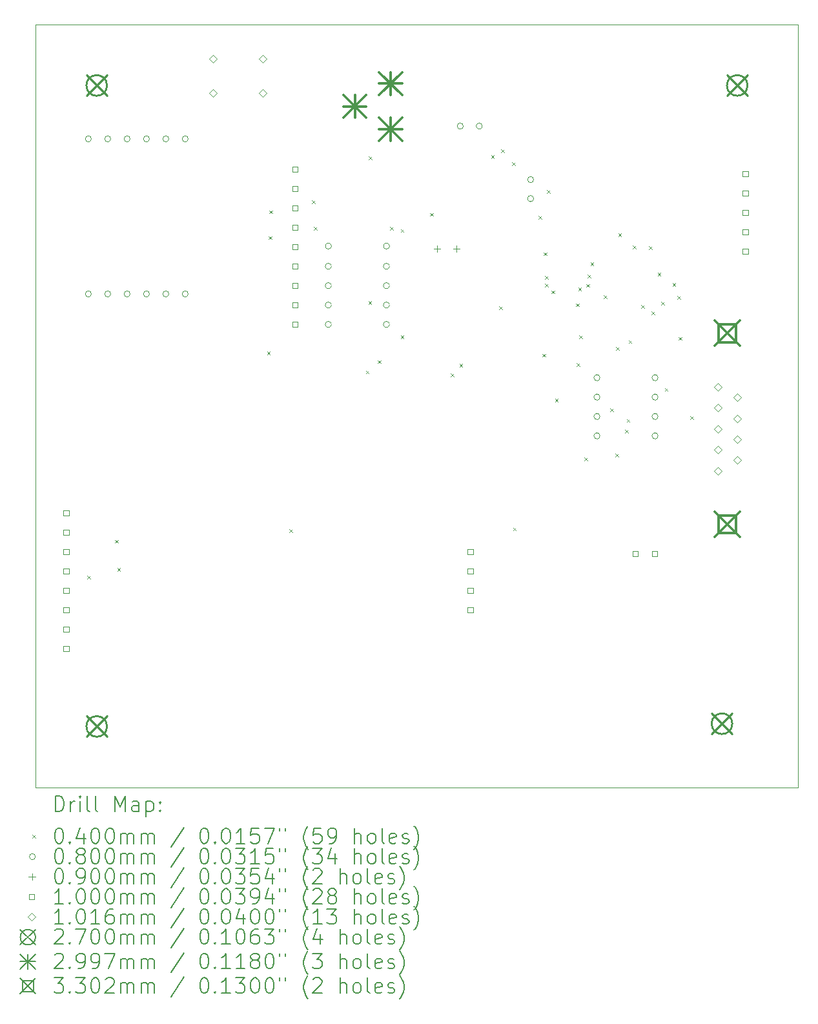
<source format=gbr>
%TF.GenerationSoftware,KiCad,Pcbnew,8.0.6*%
%TF.CreationDate,2025-01-15T22:05:12-05:00*%
%TF.ProjectId,RL78_F14_32p_Rev2,524c3738-5f46-4313-945f-3332705f5265,rev?*%
%TF.SameCoordinates,Original*%
%TF.FileFunction,Drillmap*%
%TF.FilePolarity,Positive*%
%FSLAX45Y45*%
G04 Gerber Fmt 4.5, Leading zero omitted, Abs format (unit mm)*
G04 Created by KiCad (PCBNEW 8.0.6) date 2025-01-15 22:05:12*
%MOMM*%
%LPD*%
G01*
G04 APERTURE LIST*
%ADD10C,0.050000*%
%ADD11C,0.200000*%
%ADD12C,0.100000*%
%ADD13C,0.101600*%
%ADD14C,0.270000*%
%ADD15C,0.299720*%
%ADD16C,0.330200*%
G04 APERTURE END LIST*
D10*
X7000000Y-6500000D02*
X7000000Y-16500000D01*
X17000000Y-6500000D02*
X17000000Y-16500000D01*
X7000000Y-6500000D02*
X17000000Y-6500000D01*
X17000000Y-16500000D02*
X7000000Y-16500000D01*
D11*
D12*
X7677240Y-13724710D02*
X7717240Y-13764710D01*
X7717240Y-13724710D02*
X7677240Y-13764710D01*
X8039485Y-13254485D02*
X8079485Y-13294485D01*
X8079485Y-13254485D02*
X8039485Y-13294485D01*
X8070000Y-13625000D02*
X8110000Y-13665000D01*
X8110000Y-13625000D02*
X8070000Y-13665000D01*
X10035000Y-10790000D02*
X10075000Y-10830000D01*
X10075000Y-10790000D02*
X10035000Y-10830000D01*
X10055000Y-9275910D02*
X10095000Y-9315910D01*
X10095000Y-9275910D02*
X10055000Y-9315910D01*
X10065000Y-8936770D02*
X10105000Y-8976770D01*
X10105000Y-8936770D02*
X10065000Y-8976770D01*
X10325000Y-13115000D02*
X10365000Y-13155000D01*
X10365000Y-13115000D02*
X10325000Y-13155000D01*
X10623060Y-8804480D02*
X10663060Y-8844480D01*
X10663060Y-8804480D02*
X10623060Y-8844480D01*
X10645000Y-9155000D02*
X10685000Y-9195000D01*
X10685000Y-9155000D02*
X10645000Y-9195000D01*
X11329910Y-11037210D02*
X11369910Y-11077210D01*
X11369910Y-11037210D02*
X11329910Y-11077210D01*
X11363670Y-10125120D02*
X11403670Y-10165120D01*
X11403670Y-10125120D02*
X11363670Y-10165120D01*
X11370000Y-8227970D02*
X11410000Y-8267970D01*
X11410000Y-8227970D02*
X11370000Y-8267970D01*
X11487350Y-10900710D02*
X11527350Y-10940710D01*
X11527350Y-10900710D02*
X11487350Y-10940710D01*
X11644850Y-9150720D02*
X11684850Y-9190720D01*
X11684850Y-9150720D02*
X11644850Y-9190720D01*
X11787380Y-9183830D02*
X11827380Y-9223830D01*
X11827380Y-9183830D02*
X11787380Y-9223830D01*
X11787380Y-10577830D02*
X11827380Y-10617830D01*
X11827380Y-10577830D02*
X11787380Y-10617830D01*
X12172770Y-8970670D02*
X12212770Y-9010670D01*
X12212770Y-8970670D02*
X12172770Y-9010670D01*
X12441810Y-11072120D02*
X12481810Y-11112120D01*
X12481810Y-11072120D02*
X12441810Y-11112120D01*
X12558160Y-10948940D02*
X12598160Y-10988940D01*
X12598160Y-10948940D02*
X12558160Y-10988940D01*
X12973120Y-8211030D02*
X13013120Y-8251030D01*
X13013120Y-8211030D02*
X12973120Y-8251030D01*
X13080000Y-10195000D02*
X13120000Y-10235000D01*
X13120000Y-10195000D02*
X13080000Y-10235000D01*
X13105000Y-8140000D02*
X13145000Y-8180000D01*
X13145000Y-8140000D02*
X13105000Y-8180000D01*
X13250000Y-8305000D02*
X13290000Y-8345000D01*
X13290000Y-8305000D02*
X13250000Y-8345000D01*
X13260000Y-13095000D02*
X13300000Y-13135000D01*
X13300000Y-13095000D02*
X13260000Y-13135000D01*
X13597300Y-9007770D02*
X13637300Y-9047770D01*
X13637300Y-9007770D02*
X13597300Y-9047770D01*
X13642500Y-10817500D02*
X13682500Y-10857500D01*
X13682500Y-10817500D02*
X13642500Y-10857500D01*
X13659360Y-9486490D02*
X13699360Y-9526490D01*
X13699360Y-9486490D02*
X13659360Y-9526490D01*
X13680000Y-9900000D02*
X13720000Y-9940000D01*
X13720000Y-9900000D02*
X13680000Y-9940000D01*
X13681265Y-9798735D02*
X13721265Y-9838735D01*
X13721265Y-9798735D02*
X13681265Y-9838735D01*
X13705620Y-8671450D02*
X13745620Y-8711450D01*
X13745620Y-8671450D02*
X13705620Y-8711450D01*
X13762750Y-9988170D02*
X13802750Y-10028170D01*
X13802750Y-9988170D02*
X13762750Y-10028170D01*
X13810000Y-11405000D02*
X13850000Y-11445000D01*
X13850000Y-11405000D02*
X13810000Y-11445000D01*
X14083860Y-10155380D02*
X14123860Y-10195380D01*
X14123860Y-10155380D02*
X14083860Y-10195380D01*
X14095710Y-10938370D02*
X14135710Y-10978370D01*
X14135710Y-10938370D02*
X14095710Y-10978370D01*
X14115000Y-9947040D02*
X14155000Y-9987040D01*
X14155000Y-9947040D02*
X14115000Y-9987040D01*
X14130000Y-10575000D02*
X14170000Y-10615000D01*
X14170000Y-10575000D02*
X14130000Y-10615000D01*
X14193050Y-12178050D02*
X14233050Y-12218050D01*
X14233050Y-12178050D02*
X14193050Y-12218050D01*
X14220000Y-9902040D02*
X14260000Y-9942040D01*
X14260000Y-9902040D02*
X14220000Y-9942040D01*
X14240000Y-9780000D02*
X14280000Y-9820000D01*
X14280000Y-9780000D02*
X14240000Y-9820000D01*
X14276340Y-9621320D02*
X14316340Y-9661320D01*
X14316340Y-9621320D02*
X14276340Y-9661320D01*
X14452536Y-10051804D02*
X14492536Y-10091804D01*
X14492536Y-10051804D02*
X14452536Y-10091804D01*
X14531250Y-11533720D02*
X14571250Y-11573720D01*
X14571250Y-11533720D02*
X14531250Y-11573720D01*
X14603770Y-12125000D02*
X14643770Y-12165000D01*
X14643770Y-12125000D02*
X14603770Y-12165000D01*
X14612440Y-10728590D02*
X14652440Y-10768590D01*
X14652440Y-10728590D02*
X14612440Y-10768590D01*
X14638900Y-9237260D02*
X14678900Y-9277260D01*
X14678900Y-9237260D02*
X14638900Y-9277260D01*
X14727390Y-11814520D02*
X14767390Y-11854520D01*
X14767390Y-11814520D02*
X14727390Y-11854520D01*
X14751220Y-11672620D02*
X14791220Y-11712620D01*
X14791220Y-11672620D02*
X14751220Y-11712620D01*
X14776400Y-10639240D02*
X14816400Y-10679240D01*
X14816400Y-10639240D02*
X14776400Y-10679240D01*
X14832310Y-9396610D02*
X14872310Y-9436610D01*
X14872310Y-9396610D02*
X14832310Y-9436610D01*
X14943270Y-10177570D02*
X14983270Y-10217570D01*
X14983270Y-10177570D02*
X14943270Y-10217570D01*
X15045000Y-9405000D02*
X15085000Y-9445000D01*
X15085000Y-9405000D02*
X15045000Y-9445000D01*
X15074660Y-10265050D02*
X15114660Y-10305050D01*
X15114660Y-10265050D02*
X15074660Y-10305050D01*
X15157420Y-9755110D02*
X15197420Y-9795110D01*
X15197420Y-9755110D02*
X15157420Y-9795110D01*
X15204110Y-10136620D02*
X15244110Y-10176620D01*
X15244110Y-10136620D02*
X15204110Y-10176620D01*
X15250000Y-11265000D02*
X15290000Y-11305000D01*
X15290000Y-11265000D02*
X15250000Y-11305000D01*
X15351754Y-9889254D02*
X15391754Y-9929254D01*
X15391754Y-9889254D02*
X15351754Y-9929254D01*
X15412500Y-10060000D02*
X15452500Y-10100000D01*
X15452500Y-10060000D02*
X15412500Y-10100000D01*
X15432500Y-10597500D02*
X15472500Y-10637500D01*
X15472500Y-10597500D02*
X15432500Y-10637500D01*
X15585000Y-11635000D02*
X15625000Y-11675000D01*
X15625000Y-11635000D02*
X15585000Y-11675000D01*
X7730000Y-8000000D02*
G75*
G02*
X7650000Y-8000000I-40000J0D01*
G01*
X7650000Y-8000000D02*
G75*
G02*
X7730000Y-8000000I40000J0D01*
G01*
X7730000Y-10032000D02*
G75*
G02*
X7650000Y-10032000I-40000J0D01*
G01*
X7650000Y-10032000D02*
G75*
G02*
X7730000Y-10032000I40000J0D01*
G01*
X7984000Y-8000000D02*
G75*
G02*
X7904000Y-8000000I-40000J0D01*
G01*
X7904000Y-8000000D02*
G75*
G02*
X7984000Y-8000000I40000J0D01*
G01*
X7984000Y-10032000D02*
G75*
G02*
X7904000Y-10032000I-40000J0D01*
G01*
X7904000Y-10032000D02*
G75*
G02*
X7984000Y-10032000I40000J0D01*
G01*
X8238000Y-8000000D02*
G75*
G02*
X8158000Y-8000000I-40000J0D01*
G01*
X8158000Y-8000000D02*
G75*
G02*
X8238000Y-8000000I40000J0D01*
G01*
X8238000Y-10032000D02*
G75*
G02*
X8158000Y-10032000I-40000J0D01*
G01*
X8158000Y-10032000D02*
G75*
G02*
X8238000Y-10032000I40000J0D01*
G01*
X8492000Y-8000000D02*
G75*
G02*
X8412000Y-8000000I-40000J0D01*
G01*
X8412000Y-8000000D02*
G75*
G02*
X8492000Y-8000000I40000J0D01*
G01*
X8492000Y-10032000D02*
G75*
G02*
X8412000Y-10032000I-40000J0D01*
G01*
X8412000Y-10032000D02*
G75*
G02*
X8492000Y-10032000I40000J0D01*
G01*
X8746000Y-8000000D02*
G75*
G02*
X8666000Y-8000000I-40000J0D01*
G01*
X8666000Y-8000000D02*
G75*
G02*
X8746000Y-8000000I40000J0D01*
G01*
X8746000Y-10032000D02*
G75*
G02*
X8666000Y-10032000I-40000J0D01*
G01*
X8666000Y-10032000D02*
G75*
G02*
X8746000Y-10032000I40000J0D01*
G01*
X9000000Y-8000000D02*
G75*
G02*
X8920000Y-8000000I-40000J0D01*
G01*
X8920000Y-8000000D02*
G75*
G02*
X9000000Y-8000000I40000J0D01*
G01*
X9000000Y-10032000D02*
G75*
G02*
X8920000Y-10032000I-40000J0D01*
G01*
X8920000Y-10032000D02*
G75*
G02*
X9000000Y-10032000I40000J0D01*
G01*
X10878000Y-9405000D02*
G75*
G02*
X10798000Y-9405000I-40000J0D01*
G01*
X10798000Y-9405000D02*
G75*
G02*
X10878000Y-9405000I40000J0D01*
G01*
X10878000Y-9670000D02*
G75*
G02*
X10798000Y-9670000I-40000J0D01*
G01*
X10798000Y-9670000D02*
G75*
G02*
X10878000Y-9670000I40000J0D01*
G01*
X10878000Y-9924000D02*
G75*
G02*
X10798000Y-9924000I-40000J0D01*
G01*
X10798000Y-9924000D02*
G75*
G02*
X10878000Y-9924000I40000J0D01*
G01*
X10878000Y-10178000D02*
G75*
G02*
X10798000Y-10178000I-40000J0D01*
G01*
X10798000Y-10178000D02*
G75*
G02*
X10878000Y-10178000I40000J0D01*
G01*
X10878000Y-10432000D02*
G75*
G02*
X10798000Y-10432000I-40000J0D01*
G01*
X10798000Y-10432000D02*
G75*
G02*
X10878000Y-10432000I40000J0D01*
G01*
X11640000Y-9405000D02*
G75*
G02*
X11560000Y-9405000I-40000J0D01*
G01*
X11560000Y-9405000D02*
G75*
G02*
X11640000Y-9405000I40000J0D01*
G01*
X11640000Y-9670000D02*
G75*
G02*
X11560000Y-9670000I-40000J0D01*
G01*
X11560000Y-9670000D02*
G75*
G02*
X11640000Y-9670000I40000J0D01*
G01*
X11640000Y-9924000D02*
G75*
G02*
X11560000Y-9924000I-40000J0D01*
G01*
X11560000Y-9924000D02*
G75*
G02*
X11640000Y-9924000I40000J0D01*
G01*
X11640000Y-10178000D02*
G75*
G02*
X11560000Y-10178000I-40000J0D01*
G01*
X11560000Y-10178000D02*
G75*
G02*
X11640000Y-10178000I40000J0D01*
G01*
X11640000Y-10432000D02*
G75*
G02*
X11560000Y-10432000I-40000J0D01*
G01*
X11560000Y-10432000D02*
G75*
G02*
X11640000Y-10432000I40000J0D01*
G01*
X12607500Y-7832500D02*
G75*
G02*
X12527500Y-7832500I-40000J0D01*
G01*
X12527500Y-7832500D02*
G75*
G02*
X12607500Y-7832500I40000J0D01*
G01*
X12857500Y-7832500D02*
G75*
G02*
X12777500Y-7832500I-40000J0D01*
G01*
X12777500Y-7832500D02*
G75*
G02*
X12857500Y-7832500I40000J0D01*
G01*
X13530000Y-8533240D02*
G75*
G02*
X13450000Y-8533240I-40000J0D01*
G01*
X13450000Y-8533240D02*
G75*
G02*
X13530000Y-8533240I40000J0D01*
G01*
X13530000Y-8783240D02*
G75*
G02*
X13450000Y-8783240I-40000J0D01*
G01*
X13450000Y-8783240D02*
G75*
G02*
X13530000Y-8783240I40000J0D01*
G01*
X14400000Y-11130000D02*
G75*
G02*
X14320000Y-11130000I-40000J0D01*
G01*
X14320000Y-11130000D02*
G75*
G02*
X14400000Y-11130000I40000J0D01*
G01*
X14400000Y-11384000D02*
G75*
G02*
X14320000Y-11384000I-40000J0D01*
G01*
X14320000Y-11384000D02*
G75*
G02*
X14400000Y-11384000I40000J0D01*
G01*
X14400000Y-11638000D02*
G75*
G02*
X14320000Y-11638000I-40000J0D01*
G01*
X14320000Y-11638000D02*
G75*
G02*
X14400000Y-11638000I40000J0D01*
G01*
X14400000Y-11892000D02*
G75*
G02*
X14320000Y-11892000I-40000J0D01*
G01*
X14320000Y-11892000D02*
G75*
G02*
X14400000Y-11892000I40000J0D01*
G01*
X15162000Y-11130000D02*
G75*
G02*
X15082000Y-11130000I-40000J0D01*
G01*
X15082000Y-11130000D02*
G75*
G02*
X15162000Y-11130000I40000J0D01*
G01*
X15162000Y-11384000D02*
G75*
G02*
X15082000Y-11384000I-40000J0D01*
G01*
X15082000Y-11384000D02*
G75*
G02*
X15162000Y-11384000I40000J0D01*
G01*
X15162000Y-11638000D02*
G75*
G02*
X15082000Y-11638000I-40000J0D01*
G01*
X15082000Y-11638000D02*
G75*
G02*
X15162000Y-11638000I40000J0D01*
G01*
X15162000Y-11892000D02*
G75*
G02*
X15082000Y-11892000I-40000J0D01*
G01*
X15082000Y-11892000D02*
G75*
G02*
X15162000Y-11892000I40000J0D01*
G01*
X12263500Y-9395000D02*
X12263500Y-9485000D01*
X12218500Y-9440000D02*
X12308500Y-9440000D01*
X12517500Y-9395000D02*
X12517500Y-9485000D01*
X12472500Y-9440000D02*
X12562500Y-9440000D01*
X7435356Y-12935356D02*
X7435356Y-12864644D01*
X7364644Y-12864644D01*
X7364644Y-12935356D01*
X7435356Y-12935356D01*
X7435356Y-13189356D02*
X7435356Y-13118644D01*
X7364644Y-13118644D01*
X7364644Y-13189356D01*
X7435356Y-13189356D01*
X7435356Y-13443356D02*
X7435356Y-13372644D01*
X7364644Y-13372644D01*
X7364644Y-13443356D01*
X7435356Y-13443356D01*
X7435356Y-13697356D02*
X7435356Y-13626644D01*
X7364644Y-13626644D01*
X7364644Y-13697356D01*
X7435356Y-13697356D01*
X7435356Y-13951356D02*
X7435356Y-13880644D01*
X7364644Y-13880644D01*
X7364644Y-13951356D01*
X7435356Y-13951356D01*
X7435356Y-14205356D02*
X7435356Y-14134644D01*
X7364644Y-14134644D01*
X7364644Y-14205356D01*
X7435356Y-14205356D01*
X7435356Y-14459356D02*
X7435356Y-14388644D01*
X7364644Y-14388644D01*
X7364644Y-14459356D01*
X7435356Y-14459356D01*
X7435356Y-14713356D02*
X7435356Y-14642644D01*
X7364644Y-14642644D01*
X7364644Y-14713356D01*
X7435356Y-14713356D01*
X10435356Y-8435356D02*
X10435356Y-8364644D01*
X10364644Y-8364644D01*
X10364644Y-8435356D01*
X10435356Y-8435356D01*
X10435356Y-8689356D02*
X10435356Y-8618644D01*
X10364644Y-8618644D01*
X10364644Y-8689356D01*
X10435356Y-8689356D01*
X10435356Y-8943356D02*
X10435356Y-8872644D01*
X10364644Y-8872644D01*
X10364644Y-8943356D01*
X10435356Y-8943356D01*
X10435356Y-9197356D02*
X10435356Y-9126644D01*
X10364644Y-9126644D01*
X10364644Y-9197356D01*
X10435356Y-9197356D01*
X10435356Y-9451356D02*
X10435356Y-9380644D01*
X10364644Y-9380644D01*
X10364644Y-9451356D01*
X10435356Y-9451356D01*
X10435356Y-9705356D02*
X10435356Y-9634644D01*
X10364644Y-9634644D01*
X10364644Y-9705356D01*
X10435356Y-9705356D01*
X10435356Y-9959356D02*
X10435356Y-9888644D01*
X10364644Y-9888644D01*
X10364644Y-9959356D01*
X10435356Y-9959356D01*
X10435356Y-10213356D02*
X10435356Y-10142644D01*
X10364644Y-10142644D01*
X10364644Y-10213356D01*
X10435356Y-10213356D01*
X10435356Y-10467356D02*
X10435356Y-10396644D01*
X10364644Y-10396644D01*
X10364644Y-10467356D01*
X10435356Y-10467356D01*
X12735356Y-13443356D02*
X12735356Y-13372644D01*
X12664644Y-13372644D01*
X12664644Y-13443356D01*
X12735356Y-13443356D01*
X12735356Y-13697356D02*
X12735356Y-13626644D01*
X12664644Y-13626644D01*
X12664644Y-13697356D01*
X12735356Y-13697356D01*
X12735356Y-13951356D02*
X12735356Y-13880644D01*
X12664644Y-13880644D01*
X12664644Y-13951356D01*
X12735356Y-13951356D01*
X12735356Y-14205356D02*
X12735356Y-14134644D01*
X12664644Y-14134644D01*
X12664644Y-14205356D01*
X12735356Y-14205356D01*
X14897856Y-13470356D02*
X14897856Y-13399644D01*
X14827144Y-13399644D01*
X14827144Y-13470356D01*
X14897856Y-13470356D01*
X15151856Y-13470356D02*
X15151856Y-13399644D01*
X15081144Y-13399644D01*
X15081144Y-13470356D01*
X15151856Y-13470356D01*
X16343356Y-8493606D02*
X16343356Y-8422894D01*
X16272644Y-8422894D01*
X16272644Y-8493606D01*
X16343356Y-8493606D01*
X16343356Y-8747606D02*
X16343356Y-8676894D01*
X16272644Y-8676894D01*
X16272644Y-8747606D01*
X16343356Y-8747606D01*
X16343356Y-9001606D02*
X16343356Y-8930894D01*
X16272644Y-8930894D01*
X16272644Y-9001606D01*
X16343356Y-9001606D01*
X16343356Y-9255606D02*
X16343356Y-9184894D01*
X16272644Y-9184894D01*
X16272644Y-9255606D01*
X16343356Y-9255606D01*
X16343356Y-9509606D02*
X16343356Y-9438894D01*
X16272644Y-9438894D01*
X16272644Y-9509606D01*
X16343356Y-9509606D01*
D13*
X9329880Y-6999740D02*
X9380680Y-6948940D01*
X9329880Y-6898140D01*
X9279080Y-6948940D01*
X9329880Y-6999740D01*
X9329880Y-7451860D02*
X9380680Y-7401060D01*
X9329880Y-7350260D01*
X9279080Y-7401060D01*
X9329880Y-7451860D01*
X9980120Y-6999740D02*
X10030920Y-6948940D01*
X9980120Y-6898140D01*
X9929320Y-6948940D01*
X9980120Y-6999740D01*
X9980120Y-7451860D02*
X10030920Y-7401060D01*
X9980120Y-7350260D01*
X9929320Y-7401060D01*
X9980120Y-7451860D01*
X15943000Y-11302160D02*
X15993800Y-11251360D01*
X15943000Y-11200560D01*
X15892200Y-11251360D01*
X15943000Y-11302160D01*
X15943000Y-11576480D02*
X15993800Y-11525680D01*
X15943000Y-11474880D01*
X15892200Y-11525680D01*
X15943000Y-11576480D01*
X15943000Y-11850800D02*
X15993800Y-11800000D01*
X15943000Y-11749200D01*
X15892200Y-11800000D01*
X15943000Y-11850800D01*
X15943000Y-12125120D02*
X15993800Y-12074320D01*
X15943000Y-12023520D01*
X15892200Y-12074320D01*
X15943000Y-12125120D01*
X15943000Y-12399440D02*
X15993800Y-12348640D01*
X15943000Y-12297840D01*
X15892200Y-12348640D01*
X15943000Y-12399440D01*
X16197000Y-11439320D02*
X16247800Y-11388520D01*
X16197000Y-11337720D01*
X16146200Y-11388520D01*
X16197000Y-11439320D01*
X16197000Y-11713640D02*
X16247800Y-11662840D01*
X16197000Y-11612040D01*
X16146200Y-11662840D01*
X16197000Y-11713640D01*
X16197000Y-11987960D02*
X16247800Y-11937160D01*
X16197000Y-11886360D01*
X16146200Y-11937160D01*
X16197000Y-11987960D01*
X16197000Y-12262280D02*
X16247800Y-12211480D01*
X16197000Y-12160680D01*
X16146200Y-12211480D01*
X16197000Y-12262280D01*
D14*
X7665000Y-7165000D02*
X7935000Y-7435000D01*
X7935000Y-7165000D02*
X7665000Y-7435000D01*
X7935000Y-7300000D02*
G75*
G02*
X7665000Y-7300000I-135000J0D01*
G01*
X7665000Y-7300000D02*
G75*
G02*
X7935000Y-7300000I135000J0D01*
G01*
X7665000Y-15565000D02*
X7935000Y-15835000D01*
X7935000Y-15565000D02*
X7665000Y-15835000D01*
X7935000Y-15700000D02*
G75*
G02*
X7665000Y-15700000I-135000J0D01*
G01*
X7665000Y-15700000D02*
G75*
G02*
X7935000Y-15700000I135000J0D01*
G01*
X15864700Y-15529300D02*
X16134700Y-15799300D01*
X16134700Y-15529300D02*
X15864700Y-15799300D01*
X16134700Y-15664300D02*
G75*
G02*
X15864700Y-15664300I-135000J0D01*
G01*
X15864700Y-15664300D02*
G75*
G02*
X16134700Y-15664300I135000J0D01*
G01*
X16065000Y-7165000D02*
X16335000Y-7435000D01*
X16335000Y-7165000D02*
X16065000Y-7435000D01*
X16335000Y-7300000D02*
G75*
G02*
X16065000Y-7300000I-135000J0D01*
G01*
X16065000Y-7300000D02*
G75*
G02*
X16335000Y-7300000I135000J0D01*
G01*
D15*
X11035140Y-7425140D02*
X11334860Y-7724860D01*
X11334860Y-7425140D02*
X11035140Y-7724860D01*
X11185000Y-7425140D02*
X11185000Y-7724860D01*
X11035140Y-7575000D02*
X11334860Y-7575000D01*
X11505140Y-7125140D02*
X11804860Y-7424860D01*
X11804860Y-7125140D02*
X11505140Y-7424860D01*
X11655000Y-7125140D02*
X11655000Y-7424860D01*
X11505140Y-7275000D02*
X11804860Y-7275000D01*
X11505140Y-7725140D02*
X11804860Y-8024860D01*
X11804860Y-7725140D02*
X11505140Y-8024860D01*
X11655000Y-7725140D02*
X11655000Y-8024860D01*
X11505140Y-7875000D02*
X11804860Y-7875000D01*
D16*
X15904900Y-10382680D02*
X16235100Y-10712880D01*
X16235100Y-10382680D02*
X15904900Y-10712880D01*
X16186744Y-10664524D02*
X16186744Y-10431036D01*
X15953256Y-10431036D01*
X15953256Y-10664524D01*
X16186744Y-10664524D01*
X15904900Y-12887120D02*
X16235100Y-13217320D01*
X16235100Y-12887120D02*
X15904900Y-13217320D01*
X16186744Y-13168964D02*
X16186744Y-12935476D01*
X15953256Y-12935476D01*
X15953256Y-13168964D01*
X16186744Y-13168964D01*
D11*
X7258277Y-16813984D02*
X7258277Y-16613984D01*
X7258277Y-16613984D02*
X7305896Y-16613984D01*
X7305896Y-16613984D02*
X7334467Y-16623508D01*
X7334467Y-16623508D02*
X7353515Y-16642555D01*
X7353515Y-16642555D02*
X7363039Y-16661603D01*
X7363039Y-16661603D02*
X7372562Y-16699698D01*
X7372562Y-16699698D02*
X7372562Y-16728269D01*
X7372562Y-16728269D02*
X7363039Y-16766365D01*
X7363039Y-16766365D02*
X7353515Y-16785412D01*
X7353515Y-16785412D02*
X7334467Y-16804460D01*
X7334467Y-16804460D02*
X7305896Y-16813984D01*
X7305896Y-16813984D02*
X7258277Y-16813984D01*
X7458277Y-16813984D02*
X7458277Y-16680650D01*
X7458277Y-16718746D02*
X7467801Y-16699698D01*
X7467801Y-16699698D02*
X7477324Y-16690174D01*
X7477324Y-16690174D02*
X7496372Y-16680650D01*
X7496372Y-16680650D02*
X7515420Y-16680650D01*
X7582086Y-16813984D02*
X7582086Y-16680650D01*
X7582086Y-16613984D02*
X7572562Y-16623508D01*
X7572562Y-16623508D02*
X7582086Y-16633031D01*
X7582086Y-16633031D02*
X7591610Y-16623508D01*
X7591610Y-16623508D02*
X7582086Y-16613984D01*
X7582086Y-16613984D02*
X7582086Y-16633031D01*
X7705896Y-16813984D02*
X7686848Y-16804460D01*
X7686848Y-16804460D02*
X7677324Y-16785412D01*
X7677324Y-16785412D02*
X7677324Y-16613984D01*
X7810658Y-16813984D02*
X7791610Y-16804460D01*
X7791610Y-16804460D02*
X7782086Y-16785412D01*
X7782086Y-16785412D02*
X7782086Y-16613984D01*
X8039229Y-16813984D02*
X8039229Y-16613984D01*
X8039229Y-16613984D02*
X8105896Y-16756841D01*
X8105896Y-16756841D02*
X8172562Y-16613984D01*
X8172562Y-16613984D02*
X8172562Y-16813984D01*
X8353515Y-16813984D02*
X8353515Y-16709222D01*
X8353515Y-16709222D02*
X8343991Y-16690174D01*
X8343991Y-16690174D02*
X8324943Y-16680650D01*
X8324943Y-16680650D02*
X8286848Y-16680650D01*
X8286848Y-16680650D02*
X8267801Y-16690174D01*
X8353515Y-16804460D02*
X8334467Y-16813984D01*
X8334467Y-16813984D02*
X8286848Y-16813984D01*
X8286848Y-16813984D02*
X8267801Y-16804460D01*
X8267801Y-16804460D02*
X8258277Y-16785412D01*
X8258277Y-16785412D02*
X8258277Y-16766365D01*
X8258277Y-16766365D02*
X8267801Y-16747317D01*
X8267801Y-16747317D02*
X8286848Y-16737793D01*
X8286848Y-16737793D02*
X8334467Y-16737793D01*
X8334467Y-16737793D02*
X8353515Y-16728269D01*
X8448753Y-16680650D02*
X8448753Y-16880650D01*
X8448753Y-16690174D02*
X8467801Y-16680650D01*
X8467801Y-16680650D02*
X8505896Y-16680650D01*
X8505896Y-16680650D02*
X8524944Y-16690174D01*
X8524944Y-16690174D02*
X8534467Y-16699698D01*
X8534467Y-16699698D02*
X8543991Y-16718746D01*
X8543991Y-16718746D02*
X8543991Y-16775888D01*
X8543991Y-16775888D02*
X8534467Y-16794936D01*
X8534467Y-16794936D02*
X8524944Y-16804460D01*
X8524944Y-16804460D02*
X8505896Y-16813984D01*
X8505896Y-16813984D02*
X8467801Y-16813984D01*
X8467801Y-16813984D02*
X8448753Y-16804460D01*
X8629705Y-16794936D02*
X8639229Y-16804460D01*
X8639229Y-16804460D02*
X8629705Y-16813984D01*
X8629705Y-16813984D02*
X8620182Y-16804460D01*
X8620182Y-16804460D02*
X8629705Y-16794936D01*
X8629705Y-16794936D02*
X8629705Y-16813984D01*
X8629705Y-16690174D02*
X8639229Y-16699698D01*
X8639229Y-16699698D02*
X8629705Y-16709222D01*
X8629705Y-16709222D02*
X8620182Y-16699698D01*
X8620182Y-16699698D02*
X8629705Y-16690174D01*
X8629705Y-16690174D02*
X8629705Y-16709222D01*
D12*
X6957500Y-17122500D02*
X6997500Y-17162500D01*
X6997500Y-17122500D02*
X6957500Y-17162500D01*
D11*
X7296372Y-17033984D02*
X7315420Y-17033984D01*
X7315420Y-17033984D02*
X7334467Y-17043508D01*
X7334467Y-17043508D02*
X7343991Y-17053031D01*
X7343991Y-17053031D02*
X7353515Y-17072079D01*
X7353515Y-17072079D02*
X7363039Y-17110174D01*
X7363039Y-17110174D02*
X7363039Y-17157793D01*
X7363039Y-17157793D02*
X7353515Y-17195889D01*
X7353515Y-17195889D02*
X7343991Y-17214936D01*
X7343991Y-17214936D02*
X7334467Y-17224460D01*
X7334467Y-17224460D02*
X7315420Y-17233984D01*
X7315420Y-17233984D02*
X7296372Y-17233984D01*
X7296372Y-17233984D02*
X7277324Y-17224460D01*
X7277324Y-17224460D02*
X7267801Y-17214936D01*
X7267801Y-17214936D02*
X7258277Y-17195889D01*
X7258277Y-17195889D02*
X7248753Y-17157793D01*
X7248753Y-17157793D02*
X7248753Y-17110174D01*
X7248753Y-17110174D02*
X7258277Y-17072079D01*
X7258277Y-17072079D02*
X7267801Y-17053031D01*
X7267801Y-17053031D02*
X7277324Y-17043508D01*
X7277324Y-17043508D02*
X7296372Y-17033984D01*
X7448753Y-17214936D02*
X7458277Y-17224460D01*
X7458277Y-17224460D02*
X7448753Y-17233984D01*
X7448753Y-17233984D02*
X7439229Y-17224460D01*
X7439229Y-17224460D02*
X7448753Y-17214936D01*
X7448753Y-17214936D02*
X7448753Y-17233984D01*
X7629705Y-17100650D02*
X7629705Y-17233984D01*
X7582086Y-17024460D02*
X7534467Y-17167317D01*
X7534467Y-17167317D02*
X7658277Y-17167317D01*
X7772562Y-17033984D02*
X7791610Y-17033984D01*
X7791610Y-17033984D02*
X7810658Y-17043508D01*
X7810658Y-17043508D02*
X7820182Y-17053031D01*
X7820182Y-17053031D02*
X7829705Y-17072079D01*
X7829705Y-17072079D02*
X7839229Y-17110174D01*
X7839229Y-17110174D02*
X7839229Y-17157793D01*
X7839229Y-17157793D02*
X7829705Y-17195889D01*
X7829705Y-17195889D02*
X7820182Y-17214936D01*
X7820182Y-17214936D02*
X7810658Y-17224460D01*
X7810658Y-17224460D02*
X7791610Y-17233984D01*
X7791610Y-17233984D02*
X7772562Y-17233984D01*
X7772562Y-17233984D02*
X7753515Y-17224460D01*
X7753515Y-17224460D02*
X7743991Y-17214936D01*
X7743991Y-17214936D02*
X7734467Y-17195889D01*
X7734467Y-17195889D02*
X7724943Y-17157793D01*
X7724943Y-17157793D02*
X7724943Y-17110174D01*
X7724943Y-17110174D02*
X7734467Y-17072079D01*
X7734467Y-17072079D02*
X7743991Y-17053031D01*
X7743991Y-17053031D02*
X7753515Y-17043508D01*
X7753515Y-17043508D02*
X7772562Y-17033984D01*
X7963039Y-17033984D02*
X7982086Y-17033984D01*
X7982086Y-17033984D02*
X8001134Y-17043508D01*
X8001134Y-17043508D02*
X8010658Y-17053031D01*
X8010658Y-17053031D02*
X8020182Y-17072079D01*
X8020182Y-17072079D02*
X8029705Y-17110174D01*
X8029705Y-17110174D02*
X8029705Y-17157793D01*
X8029705Y-17157793D02*
X8020182Y-17195889D01*
X8020182Y-17195889D02*
X8010658Y-17214936D01*
X8010658Y-17214936D02*
X8001134Y-17224460D01*
X8001134Y-17224460D02*
X7982086Y-17233984D01*
X7982086Y-17233984D02*
X7963039Y-17233984D01*
X7963039Y-17233984D02*
X7943991Y-17224460D01*
X7943991Y-17224460D02*
X7934467Y-17214936D01*
X7934467Y-17214936D02*
X7924943Y-17195889D01*
X7924943Y-17195889D02*
X7915420Y-17157793D01*
X7915420Y-17157793D02*
X7915420Y-17110174D01*
X7915420Y-17110174D02*
X7924943Y-17072079D01*
X7924943Y-17072079D02*
X7934467Y-17053031D01*
X7934467Y-17053031D02*
X7943991Y-17043508D01*
X7943991Y-17043508D02*
X7963039Y-17033984D01*
X8115420Y-17233984D02*
X8115420Y-17100650D01*
X8115420Y-17119698D02*
X8124943Y-17110174D01*
X8124943Y-17110174D02*
X8143991Y-17100650D01*
X8143991Y-17100650D02*
X8172563Y-17100650D01*
X8172563Y-17100650D02*
X8191610Y-17110174D01*
X8191610Y-17110174D02*
X8201134Y-17129222D01*
X8201134Y-17129222D02*
X8201134Y-17233984D01*
X8201134Y-17129222D02*
X8210658Y-17110174D01*
X8210658Y-17110174D02*
X8229705Y-17100650D01*
X8229705Y-17100650D02*
X8258277Y-17100650D01*
X8258277Y-17100650D02*
X8277324Y-17110174D01*
X8277324Y-17110174D02*
X8286848Y-17129222D01*
X8286848Y-17129222D02*
X8286848Y-17233984D01*
X8382086Y-17233984D02*
X8382086Y-17100650D01*
X8382086Y-17119698D02*
X8391610Y-17110174D01*
X8391610Y-17110174D02*
X8410658Y-17100650D01*
X8410658Y-17100650D02*
X8439229Y-17100650D01*
X8439229Y-17100650D02*
X8458277Y-17110174D01*
X8458277Y-17110174D02*
X8467801Y-17129222D01*
X8467801Y-17129222D02*
X8467801Y-17233984D01*
X8467801Y-17129222D02*
X8477325Y-17110174D01*
X8477325Y-17110174D02*
X8496372Y-17100650D01*
X8496372Y-17100650D02*
X8524944Y-17100650D01*
X8524944Y-17100650D02*
X8543991Y-17110174D01*
X8543991Y-17110174D02*
X8553515Y-17129222D01*
X8553515Y-17129222D02*
X8553515Y-17233984D01*
X8943991Y-17024460D02*
X8772563Y-17281603D01*
X9201134Y-17033984D02*
X9220182Y-17033984D01*
X9220182Y-17033984D02*
X9239229Y-17043508D01*
X9239229Y-17043508D02*
X9248753Y-17053031D01*
X9248753Y-17053031D02*
X9258277Y-17072079D01*
X9258277Y-17072079D02*
X9267801Y-17110174D01*
X9267801Y-17110174D02*
X9267801Y-17157793D01*
X9267801Y-17157793D02*
X9258277Y-17195889D01*
X9258277Y-17195889D02*
X9248753Y-17214936D01*
X9248753Y-17214936D02*
X9239229Y-17224460D01*
X9239229Y-17224460D02*
X9220182Y-17233984D01*
X9220182Y-17233984D02*
X9201134Y-17233984D01*
X9201134Y-17233984D02*
X9182087Y-17224460D01*
X9182087Y-17224460D02*
X9172563Y-17214936D01*
X9172563Y-17214936D02*
X9163039Y-17195889D01*
X9163039Y-17195889D02*
X9153515Y-17157793D01*
X9153515Y-17157793D02*
X9153515Y-17110174D01*
X9153515Y-17110174D02*
X9163039Y-17072079D01*
X9163039Y-17072079D02*
X9172563Y-17053031D01*
X9172563Y-17053031D02*
X9182087Y-17043508D01*
X9182087Y-17043508D02*
X9201134Y-17033984D01*
X9353515Y-17214936D02*
X9363039Y-17224460D01*
X9363039Y-17224460D02*
X9353515Y-17233984D01*
X9353515Y-17233984D02*
X9343991Y-17224460D01*
X9343991Y-17224460D02*
X9353515Y-17214936D01*
X9353515Y-17214936D02*
X9353515Y-17233984D01*
X9486848Y-17033984D02*
X9505896Y-17033984D01*
X9505896Y-17033984D02*
X9524944Y-17043508D01*
X9524944Y-17043508D02*
X9534468Y-17053031D01*
X9534468Y-17053031D02*
X9543991Y-17072079D01*
X9543991Y-17072079D02*
X9553515Y-17110174D01*
X9553515Y-17110174D02*
X9553515Y-17157793D01*
X9553515Y-17157793D02*
X9543991Y-17195889D01*
X9543991Y-17195889D02*
X9534468Y-17214936D01*
X9534468Y-17214936D02*
X9524944Y-17224460D01*
X9524944Y-17224460D02*
X9505896Y-17233984D01*
X9505896Y-17233984D02*
X9486848Y-17233984D01*
X9486848Y-17233984D02*
X9467801Y-17224460D01*
X9467801Y-17224460D02*
X9458277Y-17214936D01*
X9458277Y-17214936D02*
X9448753Y-17195889D01*
X9448753Y-17195889D02*
X9439229Y-17157793D01*
X9439229Y-17157793D02*
X9439229Y-17110174D01*
X9439229Y-17110174D02*
X9448753Y-17072079D01*
X9448753Y-17072079D02*
X9458277Y-17053031D01*
X9458277Y-17053031D02*
X9467801Y-17043508D01*
X9467801Y-17043508D02*
X9486848Y-17033984D01*
X9743991Y-17233984D02*
X9629706Y-17233984D01*
X9686848Y-17233984D02*
X9686848Y-17033984D01*
X9686848Y-17033984D02*
X9667801Y-17062555D01*
X9667801Y-17062555D02*
X9648753Y-17081603D01*
X9648753Y-17081603D02*
X9629706Y-17091127D01*
X9924944Y-17033984D02*
X9829706Y-17033984D01*
X9829706Y-17033984D02*
X9820182Y-17129222D01*
X9820182Y-17129222D02*
X9829706Y-17119698D01*
X9829706Y-17119698D02*
X9848753Y-17110174D01*
X9848753Y-17110174D02*
X9896372Y-17110174D01*
X9896372Y-17110174D02*
X9915420Y-17119698D01*
X9915420Y-17119698D02*
X9924944Y-17129222D01*
X9924944Y-17129222D02*
X9934468Y-17148270D01*
X9934468Y-17148270D02*
X9934468Y-17195889D01*
X9934468Y-17195889D02*
X9924944Y-17214936D01*
X9924944Y-17214936D02*
X9915420Y-17224460D01*
X9915420Y-17224460D02*
X9896372Y-17233984D01*
X9896372Y-17233984D02*
X9848753Y-17233984D01*
X9848753Y-17233984D02*
X9829706Y-17224460D01*
X9829706Y-17224460D02*
X9820182Y-17214936D01*
X10001134Y-17033984D02*
X10134468Y-17033984D01*
X10134468Y-17033984D02*
X10048753Y-17233984D01*
X10201134Y-17033984D02*
X10201134Y-17072079D01*
X10277325Y-17033984D02*
X10277325Y-17072079D01*
X10572563Y-17310174D02*
X10563039Y-17300650D01*
X10563039Y-17300650D02*
X10543991Y-17272079D01*
X10543991Y-17272079D02*
X10534468Y-17253031D01*
X10534468Y-17253031D02*
X10524944Y-17224460D01*
X10524944Y-17224460D02*
X10515420Y-17176841D01*
X10515420Y-17176841D02*
X10515420Y-17138746D01*
X10515420Y-17138746D02*
X10524944Y-17091127D01*
X10524944Y-17091127D02*
X10534468Y-17062555D01*
X10534468Y-17062555D02*
X10543991Y-17043508D01*
X10543991Y-17043508D02*
X10563039Y-17014936D01*
X10563039Y-17014936D02*
X10572563Y-17005412D01*
X10743991Y-17033984D02*
X10648753Y-17033984D01*
X10648753Y-17033984D02*
X10639230Y-17129222D01*
X10639230Y-17129222D02*
X10648753Y-17119698D01*
X10648753Y-17119698D02*
X10667801Y-17110174D01*
X10667801Y-17110174D02*
X10715420Y-17110174D01*
X10715420Y-17110174D02*
X10734468Y-17119698D01*
X10734468Y-17119698D02*
X10743991Y-17129222D01*
X10743991Y-17129222D02*
X10753515Y-17148270D01*
X10753515Y-17148270D02*
X10753515Y-17195889D01*
X10753515Y-17195889D02*
X10743991Y-17214936D01*
X10743991Y-17214936D02*
X10734468Y-17224460D01*
X10734468Y-17224460D02*
X10715420Y-17233984D01*
X10715420Y-17233984D02*
X10667801Y-17233984D01*
X10667801Y-17233984D02*
X10648753Y-17224460D01*
X10648753Y-17224460D02*
X10639230Y-17214936D01*
X10848753Y-17233984D02*
X10886849Y-17233984D01*
X10886849Y-17233984D02*
X10905896Y-17224460D01*
X10905896Y-17224460D02*
X10915420Y-17214936D01*
X10915420Y-17214936D02*
X10934468Y-17186365D01*
X10934468Y-17186365D02*
X10943991Y-17148270D01*
X10943991Y-17148270D02*
X10943991Y-17072079D01*
X10943991Y-17072079D02*
X10934468Y-17053031D01*
X10934468Y-17053031D02*
X10924944Y-17043508D01*
X10924944Y-17043508D02*
X10905896Y-17033984D01*
X10905896Y-17033984D02*
X10867801Y-17033984D01*
X10867801Y-17033984D02*
X10848753Y-17043508D01*
X10848753Y-17043508D02*
X10839230Y-17053031D01*
X10839230Y-17053031D02*
X10829706Y-17072079D01*
X10829706Y-17072079D02*
X10829706Y-17119698D01*
X10829706Y-17119698D02*
X10839230Y-17138746D01*
X10839230Y-17138746D02*
X10848753Y-17148270D01*
X10848753Y-17148270D02*
X10867801Y-17157793D01*
X10867801Y-17157793D02*
X10905896Y-17157793D01*
X10905896Y-17157793D02*
X10924944Y-17148270D01*
X10924944Y-17148270D02*
X10934468Y-17138746D01*
X10934468Y-17138746D02*
X10943991Y-17119698D01*
X11182087Y-17233984D02*
X11182087Y-17033984D01*
X11267801Y-17233984D02*
X11267801Y-17129222D01*
X11267801Y-17129222D02*
X11258277Y-17110174D01*
X11258277Y-17110174D02*
X11239230Y-17100650D01*
X11239230Y-17100650D02*
X11210658Y-17100650D01*
X11210658Y-17100650D02*
X11191610Y-17110174D01*
X11191610Y-17110174D02*
X11182087Y-17119698D01*
X11391610Y-17233984D02*
X11372563Y-17224460D01*
X11372563Y-17224460D02*
X11363039Y-17214936D01*
X11363039Y-17214936D02*
X11353515Y-17195889D01*
X11353515Y-17195889D02*
X11353515Y-17138746D01*
X11353515Y-17138746D02*
X11363039Y-17119698D01*
X11363039Y-17119698D02*
X11372563Y-17110174D01*
X11372563Y-17110174D02*
X11391610Y-17100650D01*
X11391610Y-17100650D02*
X11420182Y-17100650D01*
X11420182Y-17100650D02*
X11439230Y-17110174D01*
X11439230Y-17110174D02*
X11448753Y-17119698D01*
X11448753Y-17119698D02*
X11458277Y-17138746D01*
X11458277Y-17138746D02*
X11458277Y-17195889D01*
X11458277Y-17195889D02*
X11448753Y-17214936D01*
X11448753Y-17214936D02*
X11439230Y-17224460D01*
X11439230Y-17224460D02*
X11420182Y-17233984D01*
X11420182Y-17233984D02*
X11391610Y-17233984D01*
X11572563Y-17233984D02*
X11553515Y-17224460D01*
X11553515Y-17224460D02*
X11543991Y-17205412D01*
X11543991Y-17205412D02*
X11543991Y-17033984D01*
X11724944Y-17224460D02*
X11705896Y-17233984D01*
X11705896Y-17233984D02*
X11667801Y-17233984D01*
X11667801Y-17233984D02*
X11648753Y-17224460D01*
X11648753Y-17224460D02*
X11639230Y-17205412D01*
X11639230Y-17205412D02*
X11639230Y-17129222D01*
X11639230Y-17129222D02*
X11648753Y-17110174D01*
X11648753Y-17110174D02*
X11667801Y-17100650D01*
X11667801Y-17100650D02*
X11705896Y-17100650D01*
X11705896Y-17100650D02*
X11724944Y-17110174D01*
X11724944Y-17110174D02*
X11734468Y-17129222D01*
X11734468Y-17129222D02*
X11734468Y-17148270D01*
X11734468Y-17148270D02*
X11639230Y-17167317D01*
X11810658Y-17224460D02*
X11829706Y-17233984D01*
X11829706Y-17233984D02*
X11867801Y-17233984D01*
X11867801Y-17233984D02*
X11886849Y-17224460D01*
X11886849Y-17224460D02*
X11896372Y-17205412D01*
X11896372Y-17205412D02*
X11896372Y-17195889D01*
X11896372Y-17195889D02*
X11886849Y-17176841D01*
X11886849Y-17176841D02*
X11867801Y-17167317D01*
X11867801Y-17167317D02*
X11839230Y-17167317D01*
X11839230Y-17167317D02*
X11820182Y-17157793D01*
X11820182Y-17157793D02*
X11810658Y-17138746D01*
X11810658Y-17138746D02*
X11810658Y-17129222D01*
X11810658Y-17129222D02*
X11820182Y-17110174D01*
X11820182Y-17110174D02*
X11839230Y-17100650D01*
X11839230Y-17100650D02*
X11867801Y-17100650D01*
X11867801Y-17100650D02*
X11886849Y-17110174D01*
X11963039Y-17310174D02*
X11972563Y-17300650D01*
X11972563Y-17300650D02*
X11991611Y-17272079D01*
X11991611Y-17272079D02*
X12001134Y-17253031D01*
X12001134Y-17253031D02*
X12010658Y-17224460D01*
X12010658Y-17224460D02*
X12020182Y-17176841D01*
X12020182Y-17176841D02*
X12020182Y-17138746D01*
X12020182Y-17138746D02*
X12010658Y-17091127D01*
X12010658Y-17091127D02*
X12001134Y-17062555D01*
X12001134Y-17062555D02*
X11991611Y-17043508D01*
X11991611Y-17043508D02*
X11972563Y-17014936D01*
X11972563Y-17014936D02*
X11963039Y-17005412D01*
D12*
X6997500Y-17406500D02*
G75*
G02*
X6917500Y-17406500I-40000J0D01*
G01*
X6917500Y-17406500D02*
G75*
G02*
X6997500Y-17406500I40000J0D01*
G01*
D11*
X7296372Y-17297984D02*
X7315420Y-17297984D01*
X7315420Y-17297984D02*
X7334467Y-17307508D01*
X7334467Y-17307508D02*
X7343991Y-17317031D01*
X7343991Y-17317031D02*
X7353515Y-17336079D01*
X7353515Y-17336079D02*
X7363039Y-17374174D01*
X7363039Y-17374174D02*
X7363039Y-17421793D01*
X7363039Y-17421793D02*
X7353515Y-17459889D01*
X7353515Y-17459889D02*
X7343991Y-17478936D01*
X7343991Y-17478936D02*
X7334467Y-17488460D01*
X7334467Y-17488460D02*
X7315420Y-17497984D01*
X7315420Y-17497984D02*
X7296372Y-17497984D01*
X7296372Y-17497984D02*
X7277324Y-17488460D01*
X7277324Y-17488460D02*
X7267801Y-17478936D01*
X7267801Y-17478936D02*
X7258277Y-17459889D01*
X7258277Y-17459889D02*
X7248753Y-17421793D01*
X7248753Y-17421793D02*
X7248753Y-17374174D01*
X7248753Y-17374174D02*
X7258277Y-17336079D01*
X7258277Y-17336079D02*
X7267801Y-17317031D01*
X7267801Y-17317031D02*
X7277324Y-17307508D01*
X7277324Y-17307508D02*
X7296372Y-17297984D01*
X7448753Y-17478936D02*
X7458277Y-17488460D01*
X7458277Y-17488460D02*
X7448753Y-17497984D01*
X7448753Y-17497984D02*
X7439229Y-17488460D01*
X7439229Y-17488460D02*
X7448753Y-17478936D01*
X7448753Y-17478936D02*
X7448753Y-17497984D01*
X7572562Y-17383698D02*
X7553515Y-17374174D01*
X7553515Y-17374174D02*
X7543991Y-17364650D01*
X7543991Y-17364650D02*
X7534467Y-17345603D01*
X7534467Y-17345603D02*
X7534467Y-17336079D01*
X7534467Y-17336079D02*
X7543991Y-17317031D01*
X7543991Y-17317031D02*
X7553515Y-17307508D01*
X7553515Y-17307508D02*
X7572562Y-17297984D01*
X7572562Y-17297984D02*
X7610658Y-17297984D01*
X7610658Y-17297984D02*
X7629705Y-17307508D01*
X7629705Y-17307508D02*
X7639229Y-17317031D01*
X7639229Y-17317031D02*
X7648753Y-17336079D01*
X7648753Y-17336079D02*
X7648753Y-17345603D01*
X7648753Y-17345603D02*
X7639229Y-17364650D01*
X7639229Y-17364650D02*
X7629705Y-17374174D01*
X7629705Y-17374174D02*
X7610658Y-17383698D01*
X7610658Y-17383698D02*
X7572562Y-17383698D01*
X7572562Y-17383698D02*
X7553515Y-17393222D01*
X7553515Y-17393222D02*
X7543991Y-17402746D01*
X7543991Y-17402746D02*
X7534467Y-17421793D01*
X7534467Y-17421793D02*
X7534467Y-17459889D01*
X7534467Y-17459889D02*
X7543991Y-17478936D01*
X7543991Y-17478936D02*
X7553515Y-17488460D01*
X7553515Y-17488460D02*
X7572562Y-17497984D01*
X7572562Y-17497984D02*
X7610658Y-17497984D01*
X7610658Y-17497984D02*
X7629705Y-17488460D01*
X7629705Y-17488460D02*
X7639229Y-17478936D01*
X7639229Y-17478936D02*
X7648753Y-17459889D01*
X7648753Y-17459889D02*
X7648753Y-17421793D01*
X7648753Y-17421793D02*
X7639229Y-17402746D01*
X7639229Y-17402746D02*
X7629705Y-17393222D01*
X7629705Y-17393222D02*
X7610658Y-17383698D01*
X7772562Y-17297984D02*
X7791610Y-17297984D01*
X7791610Y-17297984D02*
X7810658Y-17307508D01*
X7810658Y-17307508D02*
X7820182Y-17317031D01*
X7820182Y-17317031D02*
X7829705Y-17336079D01*
X7829705Y-17336079D02*
X7839229Y-17374174D01*
X7839229Y-17374174D02*
X7839229Y-17421793D01*
X7839229Y-17421793D02*
X7829705Y-17459889D01*
X7829705Y-17459889D02*
X7820182Y-17478936D01*
X7820182Y-17478936D02*
X7810658Y-17488460D01*
X7810658Y-17488460D02*
X7791610Y-17497984D01*
X7791610Y-17497984D02*
X7772562Y-17497984D01*
X7772562Y-17497984D02*
X7753515Y-17488460D01*
X7753515Y-17488460D02*
X7743991Y-17478936D01*
X7743991Y-17478936D02*
X7734467Y-17459889D01*
X7734467Y-17459889D02*
X7724943Y-17421793D01*
X7724943Y-17421793D02*
X7724943Y-17374174D01*
X7724943Y-17374174D02*
X7734467Y-17336079D01*
X7734467Y-17336079D02*
X7743991Y-17317031D01*
X7743991Y-17317031D02*
X7753515Y-17307508D01*
X7753515Y-17307508D02*
X7772562Y-17297984D01*
X7963039Y-17297984D02*
X7982086Y-17297984D01*
X7982086Y-17297984D02*
X8001134Y-17307508D01*
X8001134Y-17307508D02*
X8010658Y-17317031D01*
X8010658Y-17317031D02*
X8020182Y-17336079D01*
X8020182Y-17336079D02*
X8029705Y-17374174D01*
X8029705Y-17374174D02*
X8029705Y-17421793D01*
X8029705Y-17421793D02*
X8020182Y-17459889D01*
X8020182Y-17459889D02*
X8010658Y-17478936D01*
X8010658Y-17478936D02*
X8001134Y-17488460D01*
X8001134Y-17488460D02*
X7982086Y-17497984D01*
X7982086Y-17497984D02*
X7963039Y-17497984D01*
X7963039Y-17497984D02*
X7943991Y-17488460D01*
X7943991Y-17488460D02*
X7934467Y-17478936D01*
X7934467Y-17478936D02*
X7924943Y-17459889D01*
X7924943Y-17459889D02*
X7915420Y-17421793D01*
X7915420Y-17421793D02*
X7915420Y-17374174D01*
X7915420Y-17374174D02*
X7924943Y-17336079D01*
X7924943Y-17336079D02*
X7934467Y-17317031D01*
X7934467Y-17317031D02*
X7943991Y-17307508D01*
X7943991Y-17307508D02*
X7963039Y-17297984D01*
X8115420Y-17497984D02*
X8115420Y-17364650D01*
X8115420Y-17383698D02*
X8124943Y-17374174D01*
X8124943Y-17374174D02*
X8143991Y-17364650D01*
X8143991Y-17364650D02*
X8172563Y-17364650D01*
X8172563Y-17364650D02*
X8191610Y-17374174D01*
X8191610Y-17374174D02*
X8201134Y-17393222D01*
X8201134Y-17393222D02*
X8201134Y-17497984D01*
X8201134Y-17393222D02*
X8210658Y-17374174D01*
X8210658Y-17374174D02*
X8229705Y-17364650D01*
X8229705Y-17364650D02*
X8258277Y-17364650D01*
X8258277Y-17364650D02*
X8277324Y-17374174D01*
X8277324Y-17374174D02*
X8286848Y-17393222D01*
X8286848Y-17393222D02*
X8286848Y-17497984D01*
X8382086Y-17497984D02*
X8382086Y-17364650D01*
X8382086Y-17383698D02*
X8391610Y-17374174D01*
X8391610Y-17374174D02*
X8410658Y-17364650D01*
X8410658Y-17364650D02*
X8439229Y-17364650D01*
X8439229Y-17364650D02*
X8458277Y-17374174D01*
X8458277Y-17374174D02*
X8467801Y-17393222D01*
X8467801Y-17393222D02*
X8467801Y-17497984D01*
X8467801Y-17393222D02*
X8477325Y-17374174D01*
X8477325Y-17374174D02*
X8496372Y-17364650D01*
X8496372Y-17364650D02*
X8524944Y-17364650D01*
X8524944Y-17364650D02*
X8543991Y-17374174D01*
X8543991Y-17374174D02*
X8553515Y-17393222D01*
X8553515Y-17393222D02*
X8553515Y-17497984D01*
X8943991Y-17288460D02*
X8772563Y-17545603D01*
X9201134Y-17297984D02*
X9220182Y-17297984D01*
X9220182Y-17297984D02*
X9239229Y-17307508D01*
X9239229Y-17307508D02*
X9248753Y-17317031D01*
X9248753Y-17317031D02*
X9258277Y-17336079D01*
X9258277Y-17336079D02*
X9267801Y-17374174D01*
X9267801Y-17374174D02*
X9267801Y-17421793D01*
X9267801Y-17421793D02*
X9258277Y-17459889D01*
X9258277Y-17459889D02*
X9248753Y-17478936D01*
X9248753Y-17478936D02*
X9239229Y-17488460D01*
X9239229Y-17488460D02*
X9220182Y-17497984D01*
X9220182Y-17497984D02*
X9201134Y-17497984D01*
X9201134Y-17497984D02*
X9182087Y-17488460D01*
X9182087Y-17488460D02*
X9172563Y-17478936D01*
X9172563Y-17478936D02*
X9163039Y-17459889D01*
X9163039Y-17459889D02*
X9153515Y-17421793D01*
X9153515Y-17421793D02*
X9153515Y-17374174D01*
X9153515Y-17374174D02*
X9163039Y-17336079D01*
X9163039Y-17336079D02*
X9172563Y-17317031D01*
X9172563Y-17317031D02*
X9182087Y-17307508D01*
X9182087Y-17307508D02*
X9201134Y-17297984D01*
X9353515Y-17478936D02*
X9363039Y-17488460D01*
X9363039Y-17488460D02*
X9353515Y-17497984D01*
X9353515Y-17497984D02*
X9343991Y-17488460D01*
X9343991Y-17488460D02*
X9353515Y-17478936D01*
X9353515Y-17478936D02*
X9353515Y-17497984D01*
X9486848Y-17297984D02*
X9505896Y-17297984D01*
X9505896Y-17297984D02*
X9524944Y-17307508D01*
X9524944Y-17307508D02*
X9534468Y-17317031D01*
X9534468Y-17317031D02*
X9543991Y-17336079D01*
X9543991Y-17336079D02*
X9553515Y-17374174D01*
X9553515Y-17374174D02*
X9553515Y-17421793D01*
X9553515Y-17421793D02*
X9543991Y-17459889D01*
X9543991Y-17459889D02*
X9534468Y-17478936D01*
X9534468Y-17478936D02*
X9524944Y-17488460D01*
X9524944Y-17488460D02*
X9505896Y-17497984D01*
X9505896Y-17497984D02*
X9486848Y-17497984D01*
X9486848Y-17497984D02*
X9467801Y-17488460D01*
X9467801Y-17488460D02*
X9458277Y-17478936D01*
X9458277Y-17478936D02*
X9448753Y-17459889D01*
X9448753Y-17459889D02*
X9439229Y-17421793D01*
X9439229Y-17421793D02*
X9439229Y-17374174D01*
X9439229Y-17374174D02*
X9448753Y-17336079D01*
X9448753Y-17336079D02*
X9458277Y-17317031D01*
X9458277Y-17317031D02*
X9467801Y-17307508D01*
X9467801Y-17307508D02*
X9486848Y-17297984D01*
X9620182Y-17297984D02*
X9743991Y-17297984D01*
X9743991Y-17297984D02*
X9677325Y-17374174D01*
X9677325Y-17374174D02*
X9705896Y-17374174D01*
X9705896Y-17374174D02*
X9724944Y-17383698D01*
X9724944Y-17383698D02*
X9734468Y-17393222D01*
X9734468Y-17393222D02*
X9743991Y-17412270D01*
X9743991Y-17412270D02*
X9743991Y-17459889D01*
X9743991Y-17459889D02*
X9734468Y-17478936D01*
X9734468Y-17478936D02*
X9724944Y-17488460D01*
X9724944Y-17488460D02*
X9705896Y-17497984D01*
X9705896Y-17497984D02*
X9648753Y-17497984D01*
X9648753Y-17497984D02*
X9629706Y-17488460D01*
X9629706Y-17488460D02*
X9620182Y-17478936D01*
X9934468Y-17497984D02*
X9820182Y-17497984D01*
X9877325Y-17497984D02*
X9877325Y-17297984D01*
X9877325Y-17297984D02*
X9858277Y-17326555D01*
X9858277Y-17326555D02*
X9839229Y-17345603D01*
X9839229Y-17345603D02*
X9820182Y-17355127D01*
X10115420Y-17297984D02*
X10020182Y-17297984D01*
X10020182Y-17297984D02*
X10010658Y-17393222D01*
X10010658Y-17393222D02*
X10020182Y-17383698D01*
X10020182Y-17383698D02*
X10039229Y-17374174D01*
X10039229Y-17374174D02*
X10086849Y-17374174D01*
X10086849Y-17374174D02*
X10105896Y-17383698D01*
X10105896Y-17383698D02*
X10115420Y-17393222D01*
X10115420Y-17393222D02*
X10124944Y-17412270D01*
X10124944Y-17412270D02*
X10124944Y-17459889D01*
X10124944Y-17459889D02*
X10115420Y-17478936D01*
X10115420Y-17478936D02*
X10105896Y-17488460D01*
X10105896Y-17488460D02*
X10086849Y-17497984D01*
X10086849Y-17497984D02*
X10039229Y-17497984D01*
X10039229Y-17497984D02*
X10020182Y-17488460D01*
X10020182Y-17488460D02*
X10010658Y-17478936D01*
X10201134Y-17297984D02*
X10201134Y-17336079D01*
X10277325Y-17297984D02*
X10277325Y-17336079D01*
X10572563Y-17574174D02*
X10563039Y-17564650D01*
X10563039Y-17564650D02*
X10543991Y-17536079D01*
X10543991Y-17536079D02*
X10534468Y-17517031D01*
X10534468Y-17517031D02*
X10524944Y-17488460D01*
X10524944Y-17488460D02*
X10515420Y-17440841D01*
X10515420Y-17440841D02*
X10515420Y-17402746D01*
X10515420Y-17402746D02*
X10524944Y-17355127D01*
X10524944Y-17355127D02*
X10534468Y-17326555D01*
X10534468Y-17326555D02*
X10543991Y-17307508D01*
X10543991Y-17307508D02*
X10563039Y-17278936D01*
X10563039Y-17278936D02*
X10572563Y-17269412D01*
X10629706Y-17297984D02*
X10753515Y-17297984D01*
X10753515Y-17297984D02*
X10686849Y-17374174D01*
X10686849Y-17374174D02*
X10715420Y-17374174D01*
X10715420Y-17374174D02*
X10734468Y-17383698D01*
X10734468Y-17383698D02*
X10743991Y-17393222D01*
X10743991Y-17393222D02*
X10753515Y-17412270D01*
X10753515Y-17412270D02*
X10753515Y-17459889D01*
X10753515Y-17459889D02*
X10743991Y-17478936D01*
X10743991Y-17478936D02*
X10734468Y-17488460D01*
X10734468Y-17488460D02*
X10715420Y-17497984D01*
X10715420Y-17497984D02*
X10658277Y-17497984D01*
X10658277Y-17497984D02*
X10639230Y-17488460D01*
X10639230Y-17488460D02*
X10629706Y-17478936D01*
X10924944Y-17364650D02*
X10924944Y-17497984D01*
X10877325Y-17288460D02*
X10829706Y-17431317D01*
X10829706Y-17431317D02*
X10953515Y-17431317D01*
X11182087Y-17497984D02*
X11182087Y-17297984D01*
X11267801Y-17497984D02*
X11267801Y-17393222D01*
X11267801Y-17393222D02*
X11258277Y-17374174D01*
X11258277Y-17374174D02*
X11239230Y-17364650D01*
X11239230Y-17364650D02*
X11210658Y-17364650D01*
X11210658Y-17364650D02*
X11191610Y-17374174D01*
X11191610Y-17374174D02*
X11182087Y-17383698D01*
X11391610Y-17497984D02*
X11372563Y-17488460D01*
X11372563Y-17488460D02*
X11363039Y-17478936D01*
X11363039Y-17478936D02*
X11353515Y-17459889D01*
X11353515Y-17459889D02*
X11353515Y-17402746D01*
X11353515Y-17402746D02*
X11363039Y-17383698D01*
X11363039Y-17383698D02*
X11372563Y-17374174D01*
X11372563Y-17374174D02*
X11391610Y-17364650D01*
X11391610Y-17364650D02*
X11420182Y-17364650D01*
X11420182Y-17364650D02*
X11439230Y-17374174D01*
X11439230Y-17374174D02*
X11448753Y-17383698D01*
X11448753Y-17383698D02*
X11458277Y-17402746D01*
X11458277Y-17402746D02*
X11458277Y-17459889D01*
X11458277Y-17459889D02*
X11448753Y-17478936D01*
X11448753Y-17478936D02*
X11439230Y-17488460D01*
X11439230Y-17488460D02*
X11420182Y-17497984D01*
X11420182Y-17497984D02*
X11391610Y-17497984D01*
X11572563Y-17497984D02*
X11553515Y-17488460D01*
X11553515Y-17488460D02*
X11543991Y-17469412D01*
X11543991Y-17469412D02*
X11543991Y-17297984D01*
X11724944Y-17488460D02*
X11705896Y-17497984D01*
X11705896Y-17497984D02*
X11667801Y-17497984D01*
X11667801Y-17497984D02*
X11648753Y-17488460D01*
X11648753Y-17488460D02*
X11639230Y-17469412D01*
X11639230Y-17469412D02*
X11639230Y-17393222D01*
X11639230Y-17393222D02*
X11648753Y-17374174D01*
X11648753Y-17374174D02*
X11667801Y-17364650D01*
X11667801Y-17364650D02*
X11705896Y-17364650D01*
X11705896Y-17364650D02*
X11724944Y-17374174D01*
X11724944Y-17374174D02*
X11734468Y-17393222D01*
X11734468Y-17393222D02*
X11734468Y-17412270D01*
X11734468Y-17412270D02*
X11639230Y-17431317D01*
X11810658Y-17488460D02*
X11829706Y-17497984D01*
X11829706Y-17497984D02*
X11867801Y-17497984D01*
X11867801Y-17497984D02*
X11886849Y-17488460D01*
X11886849Y-17488460D02*
X11896372Y-17469412D01*
X11896372Y-17469412D02*
X11896372Y-17459889D01*
X11896372Y-17459889D02*
X11886849Y-17440841D01*
X11886849Y-17440841D02*
X11867801Y-17431317D01*
X11867801Y-17431317D02*
X11839230Y-17431317D01*
X11839230Y-17431317D02*
X11820182Y-17421793D01*
X11820182Y-17421793D02*
X11810658Y-17402746D01*
X11810658Y-17402746D02*
X11810658Y-17393222D01*
X11810658Y-17393222D02*
X11820182Y-17374174D01*
X11820182Y-17374174D02*
X11839230Y-17364650D01*
X11839230Y-17364650D02*
X11867801Y-17364650D01*
X11867801Y-17364650D02*
X11886849Y-17374174D01*
X11963039Y-17574174D02*
X11972563Y-17564650D01*
X11972563Y-17564650D02*
X11991611Y-17536079D01*
X11991611Y-17536079D02*
X12001134Y-17517031D01*
X12001134Y-17517031D02*
X12010658Y-17488460D01*
X12010658Y-17488460D02*
X12020182Y-17440841D01*
X12020182Y-17440841D02*
X12020182Y-17402746D01*
X12020182Y-17402746D02*
X12010658Y-17355127D01*
X12010658Y-17355127D02*
X12001134Y-17326555D01*
X12001134Y-17326555D02*
X11991611Y-17307508D01*
X11991611Y-17307508D02*
X11972563Y-17278936D01*
X11972563Y-17278936D02*
X11963039Y-17269412D01*
D12*
X6952500Y-17625500D02*
X6952500Y-17715500D01*
X6907500Y-17670500D02*
X6997500Y-17670500D01*
D11*
X7296372Y-17561984D02*
X7315420Y-17561984D01*
X7315420Y-17561984D02*
X7334467Y-17571508D01*
X7334467Y-17571508D02*
X7343991Y-17581031D01*
X7343991Y-17581031D02*
X7353515Y-17600079D01*
X7353515Y-17600079D02*
X7363039Y-17638174D01*
X7363039Y-17638174D02*
X7363039Y-17685793D01*
X7363039Y-17685793D02*
X7353515Y-17723889D01*
X7353515Y-17723889D02*
X7343991Y-17742936D01*
X7343991Y-17742936D02*
X7334467Y-17752460D01*
X7334467Y-17752460D02*
X7315420Y-17761984D01*
X7315420Y-17761984D02*
X7296372Y-17761984D01*
X7296372Y-17761984D02*
X7277324Y-17752460D01*
X7277324Y-17752460D02*
X7267801Y-17742936D01*
X7267801Y-17742936D02*
X7258277Y-17723889D01*
X7258277Y-17723889D02*
X7248753Y-17685793D01*
X7248753Y-17685793D02*
X7248753Y-17638174D01*
X7248753Y-17638174D02*
X7258277Y-17600079D01*
X7258277Y-17600079D02*
X7267801Y-17581031D01*
X7267801Y-17581031D02*
X7277324Y-17571508D01*
X7277324Y-17571508D02*
X7296372Y-17561984D01*
X7448753Y-17742936D02*
X7458277Y-17752460D01*
X7458277Y-17752460D02*
X7448753Y-17761984D01*
X7448753Y-17761984D02*
X7439229Y-17752460D01*
X7439229Y-17752460D02*
X7448753Y-17742936D01*
X7448753Y-17742936D02*
X7448753Y-17761984D01*
X7553515Y-17761984D02*
X7591610Y-17761984D01*
X7591610Y-17761984D02*
X7610658Y-17752460D01*
X7610658Y-17752460D02*
X7620182Y-17742936D01*
X7620182Y-17742936D02*
X7639229Y-17714365D01*
X7639229Y-17714365D02*
X7648753Y-17676270D01*
X7648753Y-17676270D02*
X7648753Y-17600079D01*
X7648753Y-17600079D02*
X7639229Y-17581031D01*
X7639229Y-17581031D02*
X7629705Y-17571508D01*
X7629705Y-17571508D02*
X7610658Y-17561984D01*
X7610658Y-17561984D02*
X7572562Y-17561984D01*
X7572562Y-17561984D02*
X7553515Y-17571508D01*
X7553515Y-17571508D02*
X7543991Y-17581031D01*
X7543991Y-17581031D02*
X7534467Y-17600079D01*
X7534467Y-17600079D02*
X7534467Y-17647698D01*
X7534467Y-17647698D02*
X7543991Y-17666746D01*
X7543991Y-17666746D02*
X7553515Y-17676270D01*
X7553515Y-17676270D02*
X7572562Y-17685793D01*
X7572562Y-17685793D02*
X7610658Y-17685793D01*
X7610658Y-17685793D02*
X7629705Y-17676270D01*
X7629705Y-17676270D02*
X7639229Y-17666746D01*
X7639229Y-17666746D02*
X7648753Y-17647698D01*
X7772562Y-17561984D02*
X7791610Y-17561984D01*
X7791610Y-17561984D02*
X7810658Y-17571508D01*
X7810658Y-17571508D02*
X7820182Y-17581031D01*
X7820182Y-17581031D02*
X7829705Y-17600079D01*
X7829705Y-17600079D02*
X7839229Y-17638174D01*
X7839229Y-17638174D02*
X7839229Y-17685793D01*
X7839229Y-17685793D02*
X7829705Y-17723889D01*
X7829705Y-17723889D02*
X7820182Y-17742936D01*
X7820182Y-17742936D02*
X7810658Y-17752460D01*
X7810658Y-17752460D02*
X7791610Y-17761984D01*
X7791610Y-17761984D02*
X7772562Y-17761984D01*
X7772562Y-17761984D02*
X7753515Y-17752460D01*
X7753515Y-17752460D02*
X7743991Y-17742936D01*
X7743991Y-17742936D02*
X7734467Y-17723889D01*
X7734467Y-17723889D02*
X7724943Y-17685793D01*
X7724943Y-17685793D02*
X7724943Y-17638174D01*
X7724943Y-17638174D02*
X7734467Y-17600079D01*
X7734467Y-17600079D02*
X7743991Y-17581031D01*
X7743991Y-17581031D02*
X7753515Y-17571508D01*
X7753515Y-17571508D02*
X7772562Y-17561984D01*
X7963039Y-17561984D02*
X7982086Y-17561984D01*
X7982086Y-17561984D02*
X8001134Y-17571508D01*
X8001134Y-17571508D02*
X8010658Y-17581031D01*
X8010658Y-17581031D02*
X8020182Y-17600079D01*
X8020182Y-17600079D02*
X8029705Y-17638174D01*
X8029705Y-17638174D02*
X8029705Y-17685793D01*
X8029705Y-17685793D02*
X8020182Y-17723889D01*
X8020182Y-17723889D02*
X8010658Y-17742936D01*
X8010658Y-17742936D02*
X8001134Y-17752460D01*
X8001134Y-17752460D02*
X7982086Y-17761984D01*
X7982086Y-17761984D02*
X7963039Y-17761984D01*
X7963039Y-17761984D02*
X7943991Y-17752460D01*
X7943991Y-17752460D02*
X7934467Y-17742936D01*
X7934467Y-17742936D02*
X7924943Y-17723889D01*
X7924943Y-17723889D02*
X7915420Y-17685793D01*
X7915420Y-17685793D02*
X7915420Y-17638174D01*
X7915420Y-17638174D02*
X7924943Y-17600079D01*
X7924943Y-17600079D02*
X7934467Y-17581031D01*
X7934467Y-17581031D02*
X7943991Y-17571508D01*
X7943991Y-17571508D02*
X7963039Y-17561984D01*
X8115420Y-17761984D02*
X8115420Y-17628650D01*
X8115420Y-17647698D02*
X8124943Y-17638174D01*
X8124943Y-17638174D02*
X8143991Y-17628650D01*
X8143991Y-17628650D02*
X8172563Y-17628650D01*
X8172563Y-17628650D02*
X8191610Y-17638174D01*
X8191610Y-17638174D02*
X8201134Y-17657222D01*
X8201134Y-17657222D02*
X8201134Y-17761984D01*
X8201134Y-17657222D02*
X8210658Y-17638174D01*
X8210658Y-17638174D02*
X8229705Y-17628650D01*
X8229705Y-17628650D02*
X8258277Y-17628650D01*
X8258277Y-17628650D02*
X8277324Y-17638174D01*
X8277324Y-17638174D02*
X8286848Y-17657222D01*
X8286848Y-17657222D02*
X8286848Y-17761984D01*
X8382086Y-17761984D02*
X8382086Y-17628650D01*
X8382086Y-17647698D02*
X8391610Y-17638174D01*
X8391610Y-17638174D02*
X8410658Y-17628650D01*
X8410658Y-17628650D02*
X8439229Y-17628650D01*
X8439229Y-17628650D02*
X8458277Y-17638174D01*
X8458277Y-17638174D02*
X8467801Y-17657222D01*
X8467801Y-17657222D02*
X8467801Y-17761984D01*
X8467801Y-17657222D02*
X8477325Y-17638174D01*
X8477325Y-17638174D02*
X8496372Y-17628650D01*
X8496372Y-17628650D02*
X8524944Y-17628650D01*
X8524944Y-17628650D02*
X8543991Y-17638174D01*
X8543991Y-17638174D02*
X8553515Y-17657222D01*
X8553515Y-17657222D02*
X8553515Y-17761984D01*
X8943991Y-17552460D02*
X8772563Y-17809603D01*
X9201134Y-17561984D02*
X9220182Y-17561984D01*
X9220182Y-17561984D02*
X9239229Y-17571508D01*
X9239229Y-17571508D02*
X9248753Y-17581031D01*
X9248753Y-17581031D02*
X9258277Y-17600079D01*
X9258277Y-17600079D02*
X9267801Y-17638174D01*
X9267801Y-17638174D02*
X9267801Y-17685793D01*
X9267801Y-17685793D02*
X9258277Y-17723889D01*
X9258277Y-17723889D02*
X9248753Y-17742936D01*
X9248753Y-17742936D02*
X9239229Y-17752460D01*
X9239229Y-17752460D02*
X9220182Y-17761984D01*
X9220182Y-17761984D02*
X9201134Y-17761984D01*
X9201134Y-17761984D02*
X9182087Y-17752460D01*
X9182087Y-17752460D02*
X9172563Y-17742936D01*
X9172563Y-17742936D02*
X9163039Y-17723889D01*
X9163039Y-17723889D02*
X9153515Y-17685793D01*
X9153515Y-17685793D02*
X9153515Y-17638174D01*
X9153515Y-17638174D02*
X9163039Y-17600079D01*
X9163039Y-17600079D02*
X9172563Y-17581031D01*
X9172563Y-17581031D02*
X9182087Y-17571508D01*
X9182087Y-17571508D02*
X9201134Y-17561984D01*
X9353515Y-17742936D02*
X9363039Y-17752460D01*
X9363039Y-17752460D02*
X9353515Y-17761984D01*
X9353515Y-17761984D02*
X9343991Y-17752460D01*
X9343991Y-17752460D02*
X9353515Y-17742936D01*
X9353515Y-17742936D02*
X9353515Y-17761984D01*
X9486848Y-17561984D02*
X9505896Y-17561984D01*
X9505896Y-17561984D02*
X9524944Y-17571508D01*
X9524944Y-17571508D02*
X9534468Y-17581031D01*
X9534468Y-17581031D02*
X9543991Y-17600079D01*
X9543991Y-17600079D02*
X9553515Y-17638174D01*
X9553515Y-17638174D02*
X9553515Y-17685793D01*
X9553515Y-17685793D02*
X9543991Y-17723889D01*
X9543991Y-17723889D02*
X9534468Y-17742936D01*
X9534468Y-17742936D02*
X9524944Y-17752460D01*
X9524944Y-17752460D02*
X9505896Y-17761984D01*
X9505896Y-17761984D02*
X9486848Y-17761984D01*
X9486848Y-17761984D02*
X9467801Y-17752460D01*
X9467801Y-17752460D02*
X9458277Y-17742936D01*
X9458277Y-17742936D02*
X9448753Y-17723889D01*
X9448753Y-17723889D02*
X9439229Y-17685793D01*
X9439229Y-17685793D02*
X9439229Y-17638174D01*
X9439229Y-17638174D02*
X9448753Y-17600079D01*
X9448753Y-17600079D02*
X9458277Y-17581031D01*
X9458277Y-17581031D02*
X9467801Y-17571508D01*
X9467801Y-17571508D02*
X9486848Y-17561984D01*
X9620182Y-17561984D02*
X9743991Y-17561984D01*
X9743991Y-17561984D02*
X9677325Y-17638174D01*
X9677325Y-17638174D02*
X9705896Y-17638174D01*
X9705896Y-17638174D02*
X9724944Y-17647698D01*
X9724944Y-17647698D02*
X9734468Y-17657222D01*
X9734468Y-17657222D02*
X9743991Y-17676270D01*
X9743991Y-17676270D02*
X9743991Y-17723889D01*
X9743991Y-17723889D02*
X9734468Y-17742936D01*
X9734468Y-17742936D02*
X9724944Y-17752460D01*
X9724944Y-17752460D02*
X9705896Y-17761984D01*
X9705896Y-17761984D02*
X9648753Y-17761984D01*
X9648753Y-17761984D02*
X9629706Y-17752460D01*
X9629706Y-17752460D02*
X9620182Y-17742936D01*
X9924944Y-17561984D02*
X9829706Y-17561984D01*
X9829706Y-17561984D02*
X9820182Y-17657222D01*
X9820182Y-17657222D02*
X9829706Y-17647698D01*
X9829706Y-17647698D02*
X9848753Y-17638174D01*
X9848753Y-17638174D02*
X9896372Y-17638174D01*
X9896372Y-17638174D02*
X9915420Y-17647698D01*
X9915420Y-17647698D02*
X9924944Y-17657222D01*
X9924944Y-17657222D02*
X9934468Y-17676270D01*
X9934468Y-17676270D02*
X9934468Y-17723889D01*
X9934468Y-17723889D02*
X9924944Y-17742936D01*
X9924944Y-17742936D02*
X9915420Y-17752460D01*
X9915420Y-17752460D02*
X9896372Y-17761984D01*
X9896372Y-17761984D02*
X9848753Y-17761984D01*
X9848753Y-17761984D02*
X9829706Y-17752460D01*
X9829706Y-17752460D02*
X9820182Y-17742936D01*
X10105896Y-17628650D02*
X10105896Y-17761984D01*
X10058277Y-17552460D02*
X10010658Y-17695317D01*
X10010658Y-17695317D02*
X10134468Y-17695317D01*
X10201134Y-17561984D02*
X10201134Y-17600079D01*
X10277325Y-17561984D02*
X10277325Y-17600079D01*
X10572563Y-17838174D02*
X10563039Y-17828650D01*
X10563039Y-17828650D02*
X10543991Y-17800079D01*
X10543991Y-17800079D02*
X10534468Y-17781031D01*
X10534468Y-17781031D02*
X10524944Y-17752460D01*
X10524944Y-17752460D02*
X10515420Y-17704841D01*
X10515420Y-17704841D02*
X10515420Y-17666746D01*
X10515420Y-17666746D02*
X10524944Y-17619127D01*
X10524944Y-17619127D02*
X10534468Y-17590555D01*
X10534468Y-17590555D02*
X10543991Y-17571508D01*
X10543991Y-17571508D02*
X10563039Y-17542936D01*
X10563039Y-17542936D02*
X10572563Y-17533412D01*
X10639230Y-17581031D02*
X10648753Y-17571508D01*
X10648753Y-17571508D02*
X10667801Y-17561984D01*
X10667801Y-17561984D02*
X10715420Y-17561984D01*
X10715420Y-17561984D02*
X10734468Y-17571508D01*
X10734468Y-17571508D02*
X10743991Y-17581031D01*
X10743991Y-17581031D02*
X10753515Y-17600079D01*
X10753515Y-17600079D02*
X10753515Y-17619127D01*
X10753515Y-17619127D02*
X10743991Y-17647698D01*
X10743991Y-17647698D02*
X10629706Y-17761984D01*
X10629706Y-17761984D02*
X10753515Y-17761984D01*
X10991611Y-17761984D02*
X10991611Y-17561984D01*
X11077325Y-17761984D02*
X11077325Y-17657222D01*
X11077325Y-17657222D02*
X11067801Y-17638174D01*
X11067801Y-17638174D02*
X11048753Y-17628650D01*
X11048753Y-17628650D02*
X11020182Y-17628650D01*
X11020182Y-17628650D02*
X11001134Y-17638174D01*
X11001134Y-17638174D02*
X10991611Y-17647698D01*
X11201134Y-17761984D02*
X11182087Y-17752460D01*
X11182087Y-17752460D02*
X11172563Y-17742936D01*
X11172563Y-17742936D02*
X11163039Y-17723889D01*
X11163039Y-17723889D02*
X11163039Y-17666746D01*
X11163039Y-17666746D02*
X11172563Y-17647698D01*
X11172563Y-17647698D02*
X11182087Y-17638174D01*
X11182087Y-17638174D02*
X11201134Y-17628650D01*
X11201134Y-17628650D02*
X11229706Y-17628650D01*
X11229706Y-17628650D02*
X11248753Y-17638174D01*
X11248753Y-17638174D02*
X11258277Y-17647698D01*
X11258277Y-17647698D02*
X11267801Y-17666746D01*
X11267801Y-17666746D02*
X11267801Y-17723889D01*
X11267801Y-17723889D02*
X11258277Y-17742936D01*
X11258277Y-17742936D02*
X11248753Y-17752460D01*
X11248753Y-17752460D02*
X11229706Y-17761984D01*
X11229706Y-17761984D02*
X11201134Y-17761984D01*
X11382087Y-17761984D02*
X11363039Y-17752460D01*
X11363039Y-17752460D02*
X11353515Y-17733412D01*
X11353515Y-17733412D02*
X11353515Y-17561984D01*
X11534468Y-17752460D02*
X11515420Y-17761984D01*
X11515420Y-17761984D02*
X11477325Y-17761984D01*
X11477325Y-17761984D02*
X11458277Y-17752460D01*
X11458277Y-17752460D02*
X11448753Y-17733412D01*
X11448753Y-17733412D02*
X11448753Y-17657222D01*
X11448753Y-17657222D02*
X11458277Y-17638174D01*
X11458277Y-17638174D02*
X11477325Y-17628650D01*
X11477325Y-17628650D02*
X11515420Y-17628650D01*
X11515420Y-17628650D02*
X11534468Y-17638174D01*
X11534468Y-17638174D02*
X11543991Y-17657222D01*
X11543991Y-17657222D02*
X11543991Y-17676270D01*
X11543991Y-17676270D02*
X11448753Y-17695317D01*
X11620182Y-17752460D02*
X11639230Y-17761984D01*
X11639230Y-17761984D02*
X11677325Y-17761984D01*
X11677325Y-17761984D02*
X11696372Y-17752460D01*
X11696372Y-17752460D02*
X11705896Y-17733412D01*
X11705896Y-17733412D02*
X11705896Y-17723889D01*
X11705896Y-17723889D02*
X11696372Y-17704841D01*
X11696372Y-17704841D02*
X11677325Y-17695317D01*
X11677325Y-17695317D02*
X11648753Y-17695317D01*
X11648753Y-17695317D02*
X11629706Y-17685793D01*
X11629706Y-17685793D02*
X11620182Y-17666746D01*
X11620182Y-17666746D02*
X11620182Y-17657222D01*
X11620182Y-17657222D02*
X11629706Y-17638174D01*
X11629706Y-17638174D02*
X11648753Y-17628650D01*
X11648753Y-17628650D02*
X11677325Y-17628650D01*
X11677325Y-17628650D02*
X11696372Y-17638174D01*
X11772563Y-17838174D02*
X11782087Y-17828650D01*
X11782087Y-17828650D02*
X11801134Y-17800079D01*
X11801134Y-17800079D02*
X11810658Y-17781031D01*
X11810658Y-17781031D02*
X11820182Y-17752460D01*
X11820182Y-17752460D02*
X11829706Y-17704841D01*
X11829706Y-17704841D02*
X11829706Y-17666746D01*
X11829706Y-17666746D02*
X11820182Y-17619127D01*
X11820182Y-17619127D02*
X11810658Y-17590555D01*
X11810658Y-17590555D02*
X11801134Y-17571508D01*
X11801134Y-17571508D02*
X11782087Y-17542936D01*
X11782087Y-17542936D02*
X11772563Y-17533412D01*
D12*
X6982856Y-17969856D02*
X6982856Y-17899144D01*
X6912144Y-17899144D01*
X6912144Y-17969856D01*
X6982856Y-17969856D01*
D11*
X7363039Y-18025984D02*
X7248753Y-18025984D01*
X7305896Y-18025984D02*
X7305896Y-17825984D01*
X7305896Y-17825984D02*
X7286848Y-17854555D01*
X7286848Y-17854555D02*
X7267801Y-17873603D01*
X7267801Y-17873603D02*
X7248753Y-17883127D01*
X7448753Y-18006936D02*
X7458277Y-18016460D01*
X7458277Y-18016460D02*
X7448753Y-18025984D01*
X7448753Y-18025984D02*
X7439229Y-18016460D01*
X7439229Y-18016460D02*
X7448753Y-18006936D01*
X7448753Y-18006936D02*
X7448753Y-18025984D01*
X7582086Y-17825984D02*
X7601134Y-17825984D01*
X7601134Y-17825984D02*
X7620182Y-17835508D01*
X7620182Y-17835508D02*
X7629705Y-17845031D01*
X7629705Y-17845031D02*
X7639229Y-17864079D01*
X7639229Y-17864079D02*
X7648753Y-17902174D01*
X7648753Y-17902174D02*
X7648753Y-17949793D01*
X7648753Y-17949793D02*
X7639229Y-17987889D01*
X7639229Y-17987889D02*
X7629705Y-18006936D01*
X7629705Y-18006936D02*
X7620182Y-18016460D01*
X7620182Y-18016460D02*
X7601134Y-18025984D01*
X7601134Y-18025984D02*
X7582086Y-18025984D01*
X7582086Y-18025984D02*
X7563039Y-18016460D01*
X7563039Y-18016460D02*
X7553515Y-18006936D01*
X7553515Y-18006936D02*
X7543991Y-17987889D01*
X7543991Y-17987889D02*
X7534467Y-17949793D01*
X7534467Y-17949793D02*
X7534467Y-17902174D01*
X7534467Y-17902174D02*
X7543991Y-17864079D01*
X7543991Y-17864079D02*
X7553515Y-17845031D01*
X7553515Y-17845031D02*
X7563039Y-17835508D01*
X7563039Y-17835508D02*
X7582086Y-17825984D01*
X7772562Y-17825984D02*
X7791610Y-17825984D01*
X7791610Y-17825984D02*
X7810658Y-17835508D01*
X7810658Y-17835508D02*
X7820182Y-17845031D01*
X7820182Y-17845031D02*
X7829705Y-17864079D01*
X7829705Y-17864079D02*
X7839229Y-17902174D01*
X7839229Y-17902174D02*
X7839229Y-17949793D01*
X7839229Y-17949793D02*
X7829705Y-17987889D01*
X7829705Y-17987889D02*
X7820182Y-18006936D01*
X7820182Y-18006936D02*
X7810658Y-18016460D01*
X7810658Y-18016460D02*
X7791610Y-18025984D01*
X7791610Y-18025984D02*
X7772562Y-18025984D01*
X7772562Y-18025984D02*
X7753515Y-18016460D01*
X7753515Y-18016460D02*
X7743991Y-18006936D01*
X7743991Y-18006936D02*
X7734467Y-17987889D01*
X7734467Y-17987889D02*
X7724943Y-17949793D01*
X7724943Y-17949793D02*
X7724943Y-17902174D01*
X7724943Y-17902174D02*
X7734467Y-17864079D01*
X7734467Y-17864079D02*
X7743991Y-17845031D01*
X7743991Y-17845031D02*
X7753515Y-17835508D01*
X7753515Y-17835508D02*
X7772562Y-17825984D01*
X7963039Y-17825984D02*
X7982086Y-17825984D01*
X7982086Y-17825984D02*
X8001134Y-17835508D01*
X8001134Y-17835508D02*
X8010658Y-17845031D01*
X8010658Y-17845031D02*
X8020182Y-17864079D01*
X8020182Y-17864079D02*
X8029705Y-17902174D01*
X8029705Y-17902174D02*
X8029705Y-17949793D01*
X8029705Y-17949793D02*
X8020182Y-17987889D01*
X8020182Y-17987889D02*
X8010658Y-18006936D01*
X8010658Y-18006936D02*
X8001134Y-18016460D01*
X8001134Y-18016460D02*
X7982086Y-18025984D01*
X7982086Y-18025984D02*
X7963039Y-18025984D01*
X7963039Y-18025984D02*
X7943991Y-18016460D01*
X7943991Y-18016460D02*
X7934467Y-18006936D01*
X7934467Y-18006936D02*
X7924943Y-17987889D01*
X7924943Y-17987889D02*
X7915420Y-17949793D01*
X7915420Y-17949793D02*
X7915420Y-17902174D01*
X7915420Y-17902174D02*
X7924943Y-17864079D01*
X7924943Y-17864079D02*
X7934467Y-17845031D01*
X7934467Y-17845031D02*
X7943991Y-17835508D01*
X7943991Y-17835508D02*
X7963039Y-17825984D01*
X8115420Y-18025984D02*
X8115420Y-17892650D01*
X8115420Y-17911698D02*
X8124943Y-17902174D01*
X8124943Y-17902174D02*
X8143991Y-17892650D01*
X8143991Y-17892650D02*
X8172563Y-17892650D01*
X8172563Y-17892650D02*
X8191610Y-17902174D01*
X8191610Y-17902174D02*
X8201134Y-17921222D01*
X8201134Y-17921222D02*
X8201134Y-18025984D01*
X8201134Y-17921222D02*
X8210658Y-17902174D01*
X8210658Y-17902174D02*
X8229705Y-17892650D01*
X8229705Y-17892650D02*
X8258277Y-17892650D01*
X8258277Y-17892650D02*
X8277324Y-17902174D01*
X8277324Y-17902174D02*
X8286848Y-17921222D01*
X8286848Y-17921222D02*
X8286848Y-18025984D01*
X8382086Y-18025984D02*
X8382086Y-17892650D01*
X8382086Y-17911698D02*
X8391610Y-17902174D01*
X8391610Y-17902174D02*
X8410658Y-17892650D01*
X8410658Y-17892650D02*
X8439229Y-17892650D01*
X8439229Y-17892650D02*
X8458277Y-17902174D01*
X8458277Y-17902174D02*
X8467801Y-17921222D01*
X8467801Y-17921222D02*
X8467801Y-18025984D01*
X8467801Y-17921222D02*
X8477325Y-17902174D01*
X8477325Y-17902174D02*
X8496372Y-17892650D01*
X8496372Y-17892650D02*
X8524944Y-17892650D01*
X8524944Y-17892650D02*
X8543991Y-17902174D01*
X8543991Y-17902174D02*
X8553515Y-17921222D01*
X8553515Y-17921222D02*
X8553515Y-18025984D01*
X8943991Y-17816460D02*
X8772563Y-18073603D01*
X9201134Y-17825984D02*
X9220182Y-17825984D01*
X9220182Y-17825984D02*
X9239229Y-17835508D01*
X9239229Y-17835508D02*
X9248753Y-17845031D01*
X9248753Y-17845031D02*
X9258277Y-17864079D01*
X9258277Y-17864079D02*
X9267801Y-17902174D01*
X9267801Y-17902174D02*
X9267801Y-17949793D01*
X9267801Y-17949793D02*
X9258277Y-17987889D01*
X9258277Y-17987889D02*
X9248753Y-18006936D01*
X9248753Y-18006936D02*
X9239229Y-18016460D01*
X9239229Y-18016460D02*
X9220182Y-18025984D01*
X9220182Y-18025984D02*
X9201134Y-18025984D01*
X9201134Y-18025984D02*
X9182087Y-18016460D01*
X9182087Y-18016460D02*
X9172563Y-18006936D01*
X9172563Y-18006936D02*
X9163039Y-17987889D01*
X9163039Y-17987889D02*
X9153515Y-17949793D01*
X9153515Y-17949793D02*
X9153515Y-17902174D01*
X9153515Y-17902174D02*
X9163039Y-17864079D01*
X9163039Y-17864079D02*
X9172563Y-17845031D01*
X9172563Y-17845031D02*
X9182087Y-17835508D01*
X9182087Y-17835508D02*
X9201134Y-17825984D01*
X9353515Y-18006936D02*
X9363039Y-18016460D01*
X9363039Y-18016460D02*
X9353515Y-18025984D01*
X9353515Y-18025984D02*
X9343991Y-18016460D01*
X9343991Y-18016460D02*
X9353515Y-18006936D01*
X9353515Y-18006936D02*
X9353515Y-18025984D01*
X9486848Y-17825984D02*
X9505896Y-17825984D01*
X9505896Y-17825984D02*
X9524944Y-17835508D01*
X9524944Y-17835508D02*
X9534468Y-17845031D01*
X9534468Y-17845031D02*
X9543991Y-17864079D01*
X9543991Y-17864079D02*
X9553515Y-17902174D01*
X9553515Y-17902174D02*
X9553515Y-17949793D01*
X9553515Y-17949793D02*
X9543991Y-17987889D01*
X9543991Y-17987889D02*
X9534468Y-18006936D01*
X9534468Y-18006936D02*
X9524944Y-18016460D01*
X9524944Y-18016460D02*
X9505896Y-18025984D01*
X9505896Y-18025984D02*
X9486848Y-18025984D01*
X9486848Y-18025984D02*
X9467801Y-18016460D01*
X9467801Y-18016460D02*
X9458277Y-18006936D01*
X9458277Y-18006936D02*
X9448753Y-17987889D01*
X9448753Y-17987889D02*
X9439229Y-17949793D01*
X9439229Y-17949793D02*
X9439229Y-17902174D01*
X9439229Y-17902174D02*
X9448753Y-17864079D01*
X9448753Y-17864079D02*
X9458277Y-17845031D01*
X9458277Y-17845031D02*
X9467801Y-17835508D01*
X9467801Y-17835508D02*
X9486848Y-17825984D01*
X9620182Y-17825984D02*
X9743991Y-17825984D01*
X9743991Y-17825984D02*
X9677325Y-17902174D01*
X9677325Y-17902174D02*
X9705896Y-17902174D01*
X9705896Y-17902174D02*
X9724944Y-17911698D01*
X9724944Y-17911698D02*
X9734468Y-17921222D01*
X9734468Y-17921222D02*
X9743991Y-17940270D01*
X9743991Y-17940270D02*
X9743991Y-17987889D01*
X9743991Y-17987889D02*
X9734468Y-18006936D01*
X9734468Y-18006936D02*
X9724944Y-18016460D01*
X9724944Y-18016460D02*
X9705896Y-18025984D01*
X9705896Y-18025984D02*
X9648753Y-18025984D01*
X9648753Y-18025984D02*
X9629706Y-18016460D01*
X9629706Y-18016460D02*
X9620182Y-18006936D01*
X9839229Y-18025984D02*
X9877325Y-18025984D01*
X9877325Y-18025984D02*
X9896372Y-18016460D01*
X9896372Y-18016460D02*
X9905896Y-18006936D01*
X9905896Y-18006936D02*
X9924944Y-17978365D01*
X9924944Y-17978365D02*
X9934468Y-17940270D01*
X9934468Y-17940270D02*
X9934468Y-17864079D01*
X9934468Y-17864079D02*
X9924944Y-17845031D01*
X9924944Y-17845031D02*
X9915420Y-17835508D01*
X9915420Y-17835508D02*
X9896372Y-17825984D01*
X9896372Y-17825984D02*
X9858277Y-17825984D01*
X9858277Y-17825984D02*
X9839229Y-17835508D01*
X9839229Y-17835508D02*
X9829706Y-17845031D01*
X9829706Y-17845031D02*
X9820182Y-17864079D01*
X9820182Y-17864079D02*
X9820182Y-17911698D01*
X9820182Y-17911698D02*
X9829706Y-17930746D01*
X9829706Y-17930746D02*
X9839229Y-17940270D01*
X9839229Y-17940270D02*
X9858277Y-17949793D01*
X9858277Y-17949793D02*
X9896372Y-17949793D01*
X9896372Y-17949793D02*
X9915420Y-17940270D01*
X9915420Y-17940270D02*
X9924944Y-17930746D01*
X9924944Y-17930746D02*
X9934468Y-17911698D01*
X10105896Y-17892650D02*
X10105896Y-18025984D01*
X10058277Y-17816460D02*
X10010658Y-17959317D01*
X10010658Y-17959317D02*
X10134468Y-17959317D01*
X10201134Y-17825984D02*
X10201134Y-17864079D01*
X10277325Y-17825984D02*
X10277325Y-17864079D01*
X10572563Y-18102174D02*
X10563039Y-18092650D01*
X10563039Y-18092650D02*
X10543991Y-18064079D01*
X10543991Y-18064079D02*
X10534468Y-18045031D01*
X10534468Y-18045031D02*
X10524944Y-18016460D01*
X10524944Y-18016460D02*
X10515420Y-17968841D01*
X10515420Y-17968841D02*
X10515420Y-17930746D01*
X10515420Y-17930746D02*
X10524944Y-17883127D01*
X10524944Y-17883127D02*
X10534468Y-17854555D01*
X10534468Y-17854555D02*
X10543991Y-17835508D01*
X10543991Y-17835508D02*
X10563039Y-17806936D01*
X10563039Y-17806936D02*
X10572563Y-17797412D01*
X10639230Y-17845031D02*
X10648753Y-17835508D01*
X10648753Y-17835508D02*
X10667801Y-17825984D01*
X10667801Y-17825984D02*
X10715420Y-17825984D01*
X10715420Y-17825984D02*
X10734468Y-17835508D01*
X10734468Y-17835508D02*
X10743991Y-17845031D01*
X10743991Y-17845031D02*
X10753515Y-17864079D01*
X10753515Y-17864079D02*
X10753515Y-17883127D01*
X10753515Y-17883127D02*
X10743991Y-17911698D01*
X10743991Y-17911698D02*
X10629706Y-18025984D01*
X10629706Y-18025984D02*
X10753515Y-18025984D01*
X10867801Y-17911698D02*
X10848753Y-17902174D01*
X10848753Y-17902174D02*
X10839230Y-17892650D01*
X10839230Y-17892650D02*
X10829706Y-17873603D01*
X10829706Y-17873603D02*
X10829706Y-17864079D01*
X10829706Y-17864079D02*
X10839230Y-17845031D01*
X10839230Y-17845031D02*
X10848753Y-17835508D01*
X10848753Y-17835508D02*
X10867801Y-17825984D01*
X10867801Y-17825984D02*
X10905896Y-17825984D01*
X10905896Y-17825984D02*
X10924944Y-17835508D01*
X10924944Y-17835508D02*
X10934468Y-17845031D01*
X10934468Y-17845031D02*
X10943991Y-17864079D01*
X10943991Y-17864079D02*
X10943991Y-17873603D01*
X10943991Y-17873603D02*
X10934468Y-17892650D01*
X10934468Y-17892650D02*
X10924944Y-17902174D01*
X10924944Y-17902174D02*
X10905896Y-17911698D01*
X10905896Y-17911698D02*
X10867801Y-17911698D01*
X10867801Y-17911698D02*
X10848753Y-17921222D01*
X10848753Y-17921222D02*
X10839230Y-17930746D01*
X10839230Y-17930746D02*
X10829706Y-17949793D01*
X10829706Y-17949793D02*
X10829706Y-17987889D01*
X10829706Y-17987889D02*
X10839230Y-18006936D01*
X10839230Y-18006936D02*
X10848753Y-18016460D01*
X10848753Y-18016460D02*
X10867801Y-18025984D01*
X10867801Y-18025984D02*
X10905896Y-18025984D01*
X10905896Y-18025984D02*
X10924944Y-18016460D01*
X10924944Y-18016460D02*
X10934468Y-18006936D01*
X10934468Y-18006936D02*
X10943991Y-17987889D01*
X10943991Y-17987889D02*
X10943991Y-17949793D01*
X10943991Y-17949793D02*
X10934468Y-17930746D01*
X10934468Y-17930746D02*
X10924944Y-17921222D01*
X10924944Y-17921222D02*
X10905896Y-17911698D01*
X11182087Y-18025984D02*
X11182087Y-17825984D01*
X11267801Y-18025984D02*
X11267801Y-17921222D01*
X11267801Y-17921222D02*
X11258277Y-17902174D01*
X11258277Y-17902174D02*
X11239230Y-17892650D01*
X11239230Y-17892650D02*
X11210658Y-17892650D01*
X11210658Y-17892650D02*
X11191610Y-17902174D01*
X11191610Y-17902174D02*
X11182087Y-17911698D01*
X11391610Y-18025984D02*
X11372563Y-18016460D01*
X11372563Y-18016460D02*
X11363039Y-18006936D01*
X11363039Y-18006936D02*
X11353515Y-17987889D01*
X11353515Y-17987889D02*
X11353515Y-17930746D01*
X11353515Y-17930746D02*
X11363039Y-17911698D01*
X11363039Y-17911698D02*
X11372563Y-17902174D01*
X11372563Y-17902174D02*
X11391610Y-17892650D01*
X11391610Y-17892650D02*
X11420182Y-17892650D01*
X11420182Y-17892650D02*
X11439230Y-17902174D01*
X11439230Y-17902174D02*
X11448753Y-17911698D01*
X11448753Y-17911698D02*
X11458277Y-17930746D01*
X11458277Y-17930746D02*
X11458277Y-17987889D01*
X11458277Y-17987889D02*
X11448753Y-18006936D01*
X11448753Y-18006936D02*
X11439230Y-18016460D01*
X11439230Y-18016460D02*
X11420182Y-18025984D01*
X11420182Y-18025984D02*
X11391610Y-18025984D01*
X11572563Y-18025984D02*
X11553515Y-18016460D01*
X11553515Y-18016460D02*
X11543991Y-17997412D01*
X11543991Y-17997412D02*
X11543991Y-17825984D01*
X11724944Y-18016460D02*
X11705896Y-18025984D01*
X11705896Y-18025984D02*
X11667801Y-18025984D01*
X11667801Y-18025984D02*
X11648753Y-18016460D01*
X11648753Y-18016460D02*
X11639230Y-17997412D01*
X11639230Y-17997412D02*
X11639230Y-17921222D01*
X11639230Y-17921222D02*
X11648753Y-17902174D01*
X11648753Y-17902174D02*
X11667801Y-17892650D01*
X11667801Y-17892650D02*
X11705896Y-17892650D01*
X11705896Y-17892650D02*
X11724944Y-17902174D01*
X11724944Y-17902174D02*
X11734468Y-17921222D01*
X11734468Y-17921222D02*
X11734468Y-17940270D01*
X11734468Y-17940270D02*
X11639230Y-17959317D01*
X11810658Y-18016460D02*
X11829706Y-18025984D01*
X11829706Y-18025984D02*
X11867801Y-18025984D01*
X11867801Y-18025984D02*
X11886849Y-18016460D01*
X11886849Y-18016460D02*
X11896372Y-17997412D01*
X11896372Y-17997412D02*
X11896372Y-17987889D01*
X11896372Y-17987889D02*
X11886849Y-17968841D01*
X11886849Y-17968841D02*
X11867801Y-17959317D01*
X11867801Y-17959317D02*
X11839230Y-17959317D01*
X11839230Y-17959317D02*
X11820182Y-17949793D01*
X11820182Y-17949793D02*
X11810658Y-17930746D01*
X11810658Y-17930746D02*
X11810658Y-17921222D01*
X11810658Y-17921222D02*
X11820182Y-17902174D01*
X11820182Y-17902174D02*
X11839230Y-17892650D01*
X11839230Y-17892650D02*
X11867801Y-17892650D01*
X11867801Y-17892650D02*
X11886849Y-17902174D01*
X11963039Y-18102174D02*
X11972563Y-18092650D01*
X11972563Y-18092650D02*
X11991611Y-18064079D01*
X11991611Y-18064079D02*
X12001134Y-18045031D01*
X12001134Y-18045031D02*
X12010658Y-18016460D01*
X12010658Y-18016460D02*
X12020182Y-17968841D01*
X12020182Y-17968841D02*
X12020182Y-17930746D01*
X12020182Y-17930746D02*
X12010658Y-17883127D01*
X12010658Y-17883127D02*
X12001134Y-17854555D01*
X12001134Y-17854555D02*
X11991611Y-17835508D01*
X11991611Y-17835508D02*
X11972563Y-17806936D01*
X11972563Y-17806936D02*
X11963039Y-17797412D01*
D13*
X6946700Y-18249300D02*
X6997500Y-18198500D01*
X6946700Y-18147700D01*
X6895900Y-18198500D01*
X6946700Y-18249300D01*
D11*
X7363039Y-18289984D02*
X7248753Y-18289984D01*
X7305896Y-18289984D02*
X7305896Y-18089984D01*
X7305896Y-18089984D02*
X7286848Y-18118555D01*
X7286848Y-18118555D02*
X7267801Y-18137603D01*
X7267801Y-18137603D02*
X7248753Y-18147127D01*
X7448753Y-18270936D02*
X7458277Y-18280460D01*
X7458277Y-18280460D02*
X7448753Y-18289984D01*
X7448753Y-18289984D02*
X7439229Y-18280460D01*
X7439229Y-18280460D02*
X7448753Y-18270936D01*
X7448753Y-18270936D02*
X7448753Y-18289984D01*
X7582086Y-18089984D02*
X7601134Y-18089984D01*
X7601134Y-18089984D02*
X7620182Y-18099508D01*
X7620182Y-18099508D02*
X7629705Y-18109031D01*
X7629705Y-18109031D02*
X7639229Y-18128079D01*
X7639229Y-18128079D02*
X7648753Y-18166174D01*
X7648753Y-18166174D02*
X7648753Y-18213793D01*
X7648753Y-18213793D02*
X7639229Y-18251889D01*
X7639229Y-18251889D02*
X7629705Y-18270936D01*
X7629705Y-18270936D02*
X7620182Y-18280460D01*
X7620182Y-18280460D02*
X7601134Y-18289984D01*
X7601134Y-18289984D02*
X7582086Y-18289984D01*
X7582086Y-18289984D02*
X7563039Y-18280460D01*
X7563039Y-18280460D02*
X7553515Y-18270936D01*
X7553515Y-18270936D02*
X7543991Y-18251889D01*
X7543991Y-18251889D02*
X7534467Y-18213793D01*
X7534467Y-18213793D02*
X7534467Y-18166174D01*
X7534467Y-18166174D02*
X7543991Y-18128079D01*
X7543991Y-18128079D02*
X7553515Y-18109031D01*
X7553515Y-18109031D02*
X7563039Y-18099508D01*
X7563039Y-18099508D02*
X7582086Y-18089984D01*
X7839229Y-18289984D02*
X7724943Y-18289984D01*
X7782086Y-18289984D02*
X7782086Y-18089984D01*
X7782086Y-18089984D02*
X7763039Y-18118555D01*
X7763039Y-18118555D02*
X7743991Y-18137603D01*
X7743991Y-18137603D02*
X7724943Y-18147127D01*
X8010658Y-18089984D02*
X7972562Y-18089984D01*
X7972562Y-18089984D02*
X7953515Y-18099508D01*
X7953515Y-18099508D02*
X7943991Y-18109031D01*
X7943991Y-18109031D02*
X7924943Y-18137603D01*
X7924943Y-18137603D02*
X7915420Y-18175698D01*
X7915420Y-18175698D02*
X7915420Y-18251889D01*
X7915420Y-18251889D02*
X7924943Y-18270936D01*
X7924943Y-18270936D02*
X7934467Y-18280460D01*
X7934467Y-18280460D02*
X7953515Y-18289984D01*
X7953515Y-18289984D02*
X7991610Y-18289984D01*
X7991610Y-18289984D02*
X8010658Y-18280460D01*
X8010658Y-18280460D02*
X8020182Y-18270936D01*
X8020182Y-18270936D02*
X8029705Y-18251889D01*
X8029705Y-18251889D02*
X8029705Y-18204270D01*
X8029705Y-18204270D02*
X8020182Y-18185222D01*
X8020182Y-18185222D02*
X8010658Y-18175698D01*
X8010658Y-18175698D02*
X7991610Y-18166174D01*
X7991610Y-18166174D02*
X7953515Y-18166174D01*
X7953515Y-18166174D02*
X7934467Y-18175698D01*
X7934467Y-18175698D02*
X7924943Y-18185222D01*
X7924943Y-18185222D02*
X7915420Y-18204270D01*
X8115420Y-18289984D02*
X8115420Y-18156650D01*
X8115420Y-18175698D02*
X8124943Y-18166174D01*
X8124943Y-18166174D02*
X8143991Y-18156650D01*
X8143991Y-18156650D02*
X8172563Y-18156650D01*
X8172563Y-18156650D02*
X8191610Y-18166174D01*
X8191610Y-18166174D02*
X8201134Y-18185222D01*
X8201134Y-18185222D02*
X8201134Y-18289984D01*
X8201134Y-18185222D02*
X8210658Y-18166174D01*
X8210658Y-18166174D02*
X8229705Y-18156650D01*
X8229705Y-18156650D02*
X8258277Y-18156650D01*
X8258277Y-18156650D02*
X8277324Y-18166174D01*
X8277324Y-18166174D02*
X8286848Y-18185222D01*
X8286848Y-18185222D02*
X8286848Y-18289984D01*
X8382086Y-18289984D02*
X8382086Y-18156650D01*
X8382086Y-18175698D02*
X8391610Y-18166174D01*
X8391610Y-18166174D02*
X8410658Y-18156650D01*
X8410658Y-18156650D02*
X8439229Y-18156650D01*
X8439229Y-18156650D02*
X8458277Y-18166174D01*
X8458277Y-18166174D02*
X8467801Y-18185222D01*
X8467801Y-18185222D02*
X8467801Y-18289984D01*
X8467801Y-18185222D02*
X8477325Y-18166174D01*
X8477325Y-18166174D02*
X8496372Y-18156650D01*
X8496372Y-18156650D02*
X8524944Y-18156650D01*
X8524944Y-18156650D02*
X8543991Y-18166174D01*
X8543991Y-18166174D02*
X8553515Y-18185222D01*
X8553515Y-18185222D02*
X8553515Y-18289984D01*
X8943991Y-18080460D02*
X8772563Y-18337603D01*
X9201134Y-18089984D02*
X9220182Y-18089984D01*
X9220182Y-18089984D02*
X9239229Y-18099508D01*
X9239229Y-18099508D02*
X9248753Y-18109031D01*
X9248753Y-18109031D02*
X9258277Y-18128079D01*
X9258277Y-18128079D02*
X9267801Y-18166174D01*
X9267801Y-18166174D02*
X9267801Y-18213793D01*
X9267801Y-18213793D02*
X9258277Y-18251889D01*
X9258277Y-18251889D02*
X9248753Y-18270936D01*
X9248753Y-18270936D02*
X9239229Y-18280460D01*
X9239229Y-18280460D02*
X9220182Y-18289984D01*
X9220182Y-18289984D02*
X9201134Y-18289984D01*
X9201134Y-18289984D02*
X9182087Y-18280460D01*
X9182087Y-18280460D02*
X9172563Y-18270936D01*
X9172563Y-18270936D02*
X9163039Y-18251889D01*
X9163039Y-18251889D02*
X9153515Y-18213793D01*
X9153515Y-18213793D02*
X9153515Y-18166174D01*
X9153515Y-18166174D02*
X9163039Y-18128079D01*
X9163039Y-18128079D02*
X9172563Y-18109031D01*
X9172563Y-18109031D02*
X9182087Y-18099508D01*
X9182087Y-18099508D02*
X9201134Y-18089984D01*
X9353515Y-18270936D02*
X9363039Y-18280460D01*
X9363039Y-18280460D02*
X9353515Y-18289984D01*
X9353515Y-18289984D02*
X9343991Y-18280460D01*
X9343991Y-18280460D02*
X9353515Y-18270936D01*
X9353515Y-18270936D02*
X9353515Y-18289984D01*
X9486848Y-18089984D02*
X9505896Y-18089984D01*
X9505896Y-18089984D02*
X9524944Y-18099508D01*
X9524944Y-18099508D02*
X9534468Y-18109031D01*
X9534468Y-18109031D02*
X9543991Y-18128079D01*
X9543991Y-18128079D02*
X9553515Y-18166174D01*
X9553515Y-18166174D02*
X9553515Y-18213793D01*
X9553515Y-18213793D02*
X9543991Y-18251889D01*
X9543991Y-18251889D02*
X9534468Y-18270936D01*
X9534468Y-18270936D02*
X9524944Y-18280460D01*
X9524944Y-18280460D02*
X9505896Y-18289984D01*
X9505896Y-18289984D02*
X9486848Y-18289984D01*
X9486848Y-18289984D02*
X9467801Y-18280460D01*
X9467801Y-18280460D02*
X9458277Y-18270936D01*
X9458277Y-18270936D02*
X9448753Y-18251889D01*
X9448753Y-18251889D02*
X9439229Y-18213793D01*
X9439229Y-18213793D02*
X9439229Y-18166174D01*
X9439229Y-18166174D02*
X9448753Y-18128079D01*
X9448753Y-18128079D02*
X9458277Y-18109031D01*
X9458277Y-18109031D02*
X9467801Y-18099508D01*
X9467801Y-18099508D02*
X9486848Y-18089984D01*
X9724944Y-18156650D02*
X9724944Y-18289984D01*
X9677325Y-18080460D02*
X9629706Y-18223317D01*
X9629706Y-18223317D02*
X9753515Y-18223317D01*
X9867801Y-18089984D02*
X9886849Y-18089984D01*
X9886849Y-18089984D02*
X9905896Y-18099508D01*
X9905896Y-18099508D02*
X9915420Y-18109031D01*
X9915420Y-18109031D02*
X9924944Y-18128079D01*
X9924944Y-18128079D02*
X9934468Y-18166174D01*
X9934468Y-18166174D02*
X9934468Y-18213793D01*
X9934468Y-18213793D02*
X9924944Y-18251889D01*
X9924944Y-18251889D02*
X9915420Y-18270936D01*
X9915420Y-18270936D02*
X9905896Y-18280460D01*
X9905896Y-18280460D02*
X9886849Y-18289984D01*
X9886849Y-18289984D02*
X9867801Y-18289984D01*
X9867801Y-18289984D02*
X9848753Y-18280460D01*
X9848753Y-18280460D02*
X9839229Y-18270936D01*
X9839229Y-18270936D02*
X9829706Y-18251889D01*
X9829706Y-18251889D02*
X9820182Y-18213793D01*
X9820182Y-18213793D02*
X9820182Y-18166174D01*
X9820182Y-18166174D02*
X9829706Y-18128079D01*
X9829706Y-18128079D02*
X9839229Y-18109031D01*
X9839229Y-18109031D02*
X9848753Y-18099508D01*
X9848753Y-18099508D02*
X9867801Y-18089984D01*
X10058277Y-18089984D02*
X10077325Y-18089984D01*
X10077325Y-18089984D02*
X10096372Y-18099508D01*
X10096372Y-18099508D02*
X10105896Y-18109031D01*
X10105896Y-18109031D02*
X10115420Y-18128079D01*
X10115420Y-18128079D02*
X10124944Y-18166174D01*
X10124944Y-18166174D02*
X10124944Y-18213793D01*
X10124944Y-18213793D02*
X10115420Y-18251889D01*
X10115420Y-18251889D02*
X10105896Y-18270936D01*
X10105896Y-18270936D02*
X10096372Y-18280460D01*
X10096372Y-18280460D02*
X10077325Y-18289984D01*
X10077325Y-18289984D02*
X10058277Y-18289984D01*
X10058277Y-18289984D02*
X10039229Y-18280460D01*
X10039229Y-18280460D02*
X10029706Y-18270936D01*
X10029706Y-18270936D02*
X10020182Y-18251889D01*
X10020182Y-18251889D02*
X10010658Y-18213793D01*
X10010658Y-18213793D02*
X10010658Y-18166174D01*
X10010658Y-18166174D02*
X10020182Y-18128079D01*
X10020182Y-18128079D02*
X10029706Y-18109031D01*
X10029706Y-18109031D02*
X10039229Y-18099508D01*
X10039229Y-18099508D02*
X10058277Y-18089984D01*
X10201134Y-18089984D02*
X10201134Y-18128079D01*
X10277325Y-18089984D02*
X10277325Y-18128079D01*
X10572563Y-18366174D02*
X10563039Y-18356650D01*
X10563039Y-18356650D02*
X10543991Y-18328079D01*
X10543991Y-18328079D02*
X10534468Y-18309031D01*
X10534468Y-18309031D02*
X10524944Y-18280460D01*
X10524944Y-18280460D02*
X10515420Y-18232841D01*
X10515420Y-18232841D02*
X10515420Y-18194746D01*
X10515420Y-18194746D02*
X10524944Y-18147127D01*
X10524944Y-18147127D02*
X10534468Y-18118555D01*
X10534468Y-18118555D02*
X10543991Y-18099508D01*
X10543991Y-18099508D02*
X10563039Y-18070936D01*
X10563039Y-18070936D02*
X10572563Y-18061412D01*
X10753515Y-18289984D02*
X10639230Y-18289984D01*
X10696372Y-18289984D02*
X10696372Y-18089984D01*
X10696372Y-18089984D02*
X10677325Y-18118555D01*
X10677325Y-18118555D02*
X10658277Y-18137603D01*
X10658277Y-18137603D02*
X10639230Y-18147127D01*
X10820182Y-18089984D02*
X10943991Y-18089984D01*
X10943991Y-18089984D02*
X10877325Y-18166174D01*
X10877325Y-18166174D02*
X10905896Y-18166174D01*
X10905896Y-18166174D02*
X10924944Y-18175698D01*
X10924944Y-18175698D02*
X10934468Y-18185222D01*
X10934468Y-18185222D02*
X10943991Y-18204270D01*
X10943991Y-18204270D02*
X10943991Y-18251889D01*
X10943991Y-18251889D02*
X10934468Y-18270936D01*
X10934468Y-18270936D02*
X10924944Y-18280460D01*
X10924944Y-18280460D02*
X10905896Y-18289984D01*
X10905896Y-18289984D02*
X10848753Y-18289984D01*
X10848753Y-18289984D02*
X10829706Y-18280460D01*
X10829706Y-18280460D02*
X10820182Y-18270936D01*
X11182087Y-18289984D02*
X11182087Y-18089984D01*
X11267801Y-18289984D02*
X11267801Y-18185222D01*
X11267801Y-18185222D02*
X11258277Y-18166174D01*
X11258277Y-18166174D02*
X11239230Y-18156650D01*
X11239230Y-18156650D02*
X11210658Y-18156650D01*
X11210658Y-18156650D02*
X11191610Y-18166174D01*
X11191610Y-18166174D02*
X11182087Y-18175698D01*
X11391610Y-18289984D02*
X11372563Y-18280460D01*
X11372563Y-18280460D02*
X11363039Y-18270936D01*
X11363039Y-18270936D02*
X11353515Y-18251889D01*
X11353515Y-18251889D02*
X11353515Y-18194746D01*
X11353515Y-18194746D02*
X11363039Y-18175698D01*
X11363039Y-18175698D02*
X11372563Y-18166174D01*
X11372563Y-18166174D02*
X11391610Y-18156650D01*
X11391610Y-18156650D02*
X11420182Y-18156650D01*
X11420182Y-18156650D02*
X11439230Y-18166174D01*
X11439230Y-18166174D02*
X11448753Y-18175698D01*
X11448753Y-18175698D02*
X11458277Y-18194746D01*
X11458277Y-18194746D02*
X11458277Y-18251889D01*
X11458277Y-18251889D02*
X11448753Y-18270936D01*
X11448753Y-18270936D02*
X11439230Y-18280460D01*
X11439230Y-18280460D02*
X11420182Y-18289984D01*
X11420182Y-18289984D02*
X11391610Y-18289984D01*
X11572563Y-18289984D02*
X11553515Y-18280460D01*
X11553515Y-18280460D02*
X11543991Y-18261412D01*
X11543991Y-18261412D02*
X11543991Y-18089984D01*
X11724944Y-18280460D02*
X11705896Y-18289984D01*
X11705896Y-18289984D02*
X11667801Y-18289984D01*
X11667801Y-18289984D02*
X11648753Y-18280460D01*
X11648753Y-18280460D02*
X11639230Y-18261412D01*
X11639230Y-18261412D02*
X11639230Y-18185222D01*
X11639230Y-18185222D02*
X11648753Y-18166174D01*
X11648753Y-18166174D02*
X11667801Y-18156650D01*
X11667801Y-18156650D02*
X11705896Y-18156650D01*
X11705896Y-18156650D02*
X11724944Y-18166174D01*
X11724944Y-18166174D02*
X11734468Y-18185222D01*
X11734468Y-18185222D02*
X11734468Y-18204270D01*
X11734468Y-18204270D02*
X11639230Y-18223317D01*
X11810658Y-18280460D02*
X11829706Y-18289984D01*
X11829706Y-18289984D02*
X11867801Y-18289984D01*
X11867801Y-18289984D02*
X11886849Y-18280460D01*
X11886849Y-18280460D02*
X11896372Y-18261412D01*
X11896372Y-18261412D02*
X11896372Y-18251889D01*
X11896372Y-18251889D02*
X11886849Y-18232841D01*
X11886849Y-18232841D02*
X11867801Y-18223317D01*
X11867801Y-18223317D02*
X11839230Y-18223317D01*
X11839230Y-18223317D02*
X11820182Y-18213793D01*
X11820182Y-18213793D02*
X11810658Y-18194746D01*
X11810658Y-18194746D02*
X11810658Y-18185222D01*
X11810658Y-18185222D02*
X11820182Y-18166174D01*
X11820182Y-18166174D02*
X11839230Y-18156650D01*
X11839230Y-18156650D02*
X11867801Y-18156650D01*
X11867801Y-18156650D02*
X11886849Y-18166174D01*
X11963039Y-18366174D02*
X11972563Y-18356650D01*
X11972563Y-18356650D02*
X11991611Y-18328079D01*
X11991611Y-18328079D02*
X12001134Y-18309031D01*
X12001134Y-18309031D02*
X12010658Y-18280460D01*
X12010658Y-18280460D02*
X12020182Y-18232841D01*
X12020182Y-18232841D02*
X12020182Y-18194746D01*
X12020182Y-18194746D02*
X12010658Y-18147127D01*
X12010658Y-18147127D02*
X12001134Y-18118555D01*
X12001134Y-18118555D02*
X11991611Y-18099508D01*
X11991611Y-18099508D02*
X11972563Y-18070936D01*
X11972563Y-18070936D02*
X11963039Y-18061412D01*
X6797500Y-18362500D02*
X6997500Y-18562500D01*
X6997500Y-18362500D02*
X6797500Y-18562500D01*
X6997500Y-18462500D02*
G75*
G02*
X6797500Y-18462500I-100000J0D01*
G01*
X6797500Y-18462500D02*
G75*
G02*
X6997500Y-18462500I100000J0D01*
G01*
X7248753Y-18373031D02*
X7258277Y-18363508D01*
X7258277Y-18363508D02*
X7277324Y-18353984D01*
X7277324Y-18353984D02*
X7324943Y-18353984D01*
X7324943Y-18353984D02*
X7343991Y-18363508D01*
X7343991Y-18363508D02*
X7353515Y-18373031D01*
X7353515Y-18373031D02*
X7363039Y-18392079D01*
X7363039Y-18392079D02*
X7363039Y-18411127D01*
X7363039Y-18411127D02*
X7353515Y-18439698D01*
X7353515Y-18439698D02*
X7239229Y-18553984D01*
X7239229Y-18553984D02*
X7363039Y-18553984D01*
X7448753Y-18534936D02*
X7458277Y-18544460D01*
X7458277Y-18544460D02*
X7448753Y-18553984D01*
X7448753Y-18553984D02*
X7439229Y-18544460D01*
X7439229Y-18544460D02*
X7448753Y-18534936D01*
X7448753Y-18534936D02*
X7448753Y-18553984D01*
X7524943Y-18353984D02*
X7658277Y-18353984D01*
X7658277Y-18353984D02*
X7572562Y-18553984D01*
X7772562Y-18353984D02*
X7791610Y-18353984D01*
X7791610Y-18353984D02*
X7810658Y-18363508D01*
X7810658Y-18363508D02*
X7820182Y-18373031D01*
X7820182Y-18373031D02*
X7829705Y-18392079D01*
X7829705Y-18392079D02*
X7839229Y-18430174D01*
X7839229Y-18430174D02*
X7839229Y-18477793D01*
X7839229Y-18477793D02*
X7829705Y-18515889D01*
X7829705Y-18515889D02*
X7820182Y-18534936D01*
X7820182Y-18534936D02*
X7810658Y-18544460D01*
X7810658Y-18544460D02*
X7791610Y-18553984D01*
X7791610Y-18553984D02*
X7772562Y-18553984D01*
X7772562Y-18553984D02*
X7753515Y-18544460D01*
X7753515Y-18544460D02*
X7743991Y-18534936D01*
X7743991Y-18534936D02*
X7734467Y-18515889D01*
X7734467Y-18515889D02*
X7724943Y-18477793D01*
X7724943Y-18477793D02*
X7724943Y-18430174D01*
X7724943Y-18430174D02*
X7734467Y-18392079D01*
X7734467Y-18392079D02*
X7743991Y-18373031D01*
X7743991Y-18373031D02*
X7753515Y-18363508D01*
X7753515Y-18363508D02*
X7772562Y-18353984D01*
X7963039Y-18353984D02*
X7982086Y-18353984D01*
X7982086Y-18353984D02*
X8001134Y-18363508D01*
X8001134Y-18363508D02*
X8010658Y-18373031D01*
X8010658Y-18373031D02*
X8020182Y-18392079D01*
X8020182Y-18392079D02*
X8029705Y-18430174D01*
X8029705Y-18430174D02*
X8029705Y-18477793D01*
X8029705Y-18477793D02*
X8020182Y-18515889D01*
X8020182Y-18515889D02*
X8010658Y-18534936D01*
X8010658Y-18534936D02*
X8001134Y-18544460D01*
X8001134Y-18544460D02*
X7982086Y-18553984D01*
X7982086Y-18553984D02*
X7963039Y-18553984D01*
X7963039Y-18553984D02*
X7943991Y-18544460D01*
X7943991Y-18544460D02*
X7934467Y-18534936D01*
X7934467Y-18534936D02*
X7924943Y-18515889D01*
X7924943Y-18515889D02*
X7915420Y-18477793D01*
X7915420Y-18477793D02*
X7915420Y-18430174D01*
X7915420Y-18430174D02*
X7924943Y-18392079D01*
X7924943Y-18392079D02*
X7934467Y-18373031D01*
X7934467Y-18373031D02*
X7943991Y-18363508D01*
X7943991Y-18363508D02*
X7963039Y-18353984D01*
X8115420Y-18553984D02*
X8115420Y-18420650D01*
X8115420Y-18439698D02*
X8124943Y-18430174D01*
X8124943Y-18430174D02*
X8143991Y-18420650D01*
X8143991Y-18420650D02*
X8172563Y-18420650D01*
X8172563Y-18420650D02*
X8191610Y-18430174D01*
X8191610Y-18430174D02*
X8201134Y-18449222D01*
X8201134Y-18449222D02*
X8201134Y-18553984D01*
X8201134Y-18449222D02*
X8210658Y-18430174D01*
X8210658Y-18430174D02*
X8229705Y-18420650D01*
X8229705Y-18420650D02*
X8258277Y-18420650D01*
X8258277Y-18420650D02*
X8277324Y-18430174D01*
X8277324Y-18430174D02*
X8286848Y-18449222D01*
X8286848Y-18449222D02*
X8286848Y-18553984D01*
X8382086Y-18553984D02*
X8382086Y-18420650D01*
X8382086Y-18439698D02*
X8391610Y-18430174D01*
X8391610Y-18430174D02*
X8410658Y-18420650D01*
X8410658Y-18420650D02*
X8439229Y-18420650D01*
X8439229Y-18420650D02*
X8458277Y-18430174D01*
X8458277Y-18430174D02*
X8467801Y-18449222D01*
X8467801Y-18449222D02*
X8467801Y-18553984D01*
X8467801Y-18449222D02*
X8477325Y-18430174D01*
X8477325Y-18430174D02*
X8496372Y-18420650D01*
X8496372Y-18420650D02*
X8524944Y-18420650D01*
X8524944Y-18420650D02*
X8543991Y-18430174D01*
X8543991Y-18430174D02*
X8553515Y-18449222D01*
X8553515Y-18449222D02*
X8553515Y-18553984D01*
X8943991Y-18344460D02*
X8772563Y-18601603D01*
X9201134Y-18353984D02*
X9220182Y-18353984D01*
X9220182Y-18353984D02*
X9239229Y-18363508D01*
X9239229Y-18363508D02*
X9248753Y-18373031D01*
X9248753Y-18373031D02*
X9258277Y-18392079D01*
X9258277Y-18392079D02*
X9267801Y-18430174D01*
X9267801Y-18430174D02*
X9267801Y-18477793D01*
X9267801Y-18477793D02*
X9258277Y-18515889D01*
X9258277Y-18515889D02*
X9248753Y-18534936D01*
X9248753Y-18534936D02*
X9239229Y-18544460D01*
X9239229Y-18544460D02*
X9220182Y-18553984D01*
X9220182Y-18553984D02*
X9201134Y-18553984D01*
X9201134Y-18553984D02*
X9182087Y-18544460D01*
X9182087Y-18544460D02*
X9172563Y-18534936D01*
X9172563Y-18534936D02*
X9163039Y-18515889D01*
X9163039Y-18515889D02*
X9153515Y-18477793D01*
X9153515Y-18477793D02*
X9153515Y-18430174D01*
X9153515Y-18430174D02*
X9163039Y-18392079D01*
X9163039Y-18392079D02*
X9172563Y-18373031D01*
X9172563Y-18373031D02*
X9182087Y-18363508D01*
X9182087Y-18363508D02*
X9201134Y-18353984D01*
X9353515Y-18534936D02*
X9363039Y-18544460D01*
X9363039Y-18544460D02*
X9353515Y-18553984D01*
X9353515Y-18553984D02*
X9343991Y-18544460D01*
X9343991Y-18544460D02*
X9353515Y-18534936D01*
X9353515Y-18534936D02*
X9353515Y-18553984D01*
X9553515Y-18553984D02*
X9439229Y-18553984D01*
X9496372Y-18553984D02*
X9496372Y-18353984D01*
X9496372Y-18353984D02*
X9477325Y-18382555D01*
X9477325Y-18382555D02*
X9458277Y-18401603D01*
X9458277Y-18401603D02*
X9439229Y-18411127D01*
X9677325Y-18353984D02*
X9696372Y-18353984D01*
X9696372Y-18353984D02*
X9715420Y-18363508D01*
X9715420Y-18363508D02*
X9724944Y-18373031D01*
X9724944Y-18373031D02*
X9734468Y-18392079D01*
X9734468Y-18392079D02*
X9743991Y-18430174D01*
X9743991Y-18430174D02*
X9743991Y-18477793D01*
X9743991Y-18477793D02*
X9734468Y-18515889D01*
X9734468Y-18515889D02*
X9724944Y-18534936D01*
X9724944Y-18534936D02*
X9715420Y-18544460D01*
X9715420Y-18544460D02*
X9696372Y-18553984D01*
X9696372Y-18553984D02*
X9677325Y-18553984D01*
X9677325Y-18553984D02*
X9658277Y-18544460D01*
X9658277Y-18544460D02*
X9648753Y-18534936D01*
X9648753Y-18534936D02*
X9639229Y-18515889D01*
X9639229Y-18515889D02*
X9629706Y-18477793D01*
X9629706Y-18477793D02*
X9629706Y-18430174D01*
X9629706Y-18430174D02*
X9639229Y-18392079D01*
X9639229Y-18392079D02*
X9648753Y-18373031D01*
X9648753Y-18373031D02*
X9658277Y-18363508D01*
X9658277Y-18363508D02*
X9677325Y-18353984D01*
X9915420Y-18353984D02*
X9877325Y-18353984D01*
X9877325Y-18353984D02*
X9858277Y-18363508D01*
X9858277Y-18363508D02*
X9848753Y-18373031D01*
X9848753Y-18373031D02*
X9829706Y-18401603D01*
X9829706Y-18401603D02*
X9820182Y-18439698D01*
X9820182Y-18439698D02*
X9820182Y-18515889D01*
X9820182Y-18515889D02*
X9829706Y-18534936D01*
X9829706Y-18534936D02*
X9839229Y-18544460D01*
X9839229Y-18544460D02*
X9858277Y-18553984D01*
X9858277Y-18553984D02*
X9896372Y-18553984D01*
X9896372Y-18553984D02*
X9915420Y-18544460D01*
X9915420Y-18544460D02*
X9924944Y-18534936D01*
X9924944Y-18534936D02*
X9934468Y-18515889D01*
X9934468Y-18515889D02*
X9934468Y-18468270D01*
X9934468Y-18468270D02*
X9924944Y-18449222D01*
X9924944Y-18449222D02*
X9915420Y-18439698D01*
X9915420Y-18439698D02*
X9896372Y-18430174D01*
X9896372Y-18430174D02*
X9858277Y-18430174D01*
X9858277Y-18430174D02*
X9839229Y-18439698D01*
X9839229Y-18439698D02*
X9829706Y-18449222D01*
X9829706Y-18449222D02*
X9820182Y-18468270D01*
X10001134Y-18353984D02*
X10124944Y-18353984D01*
X10124944Y-18353984D02*
X10058277Y-18430174D01*
X10058277Y-18430174D02*
X10086849Y-18430174D01*
X10086849Y-18430174D02*
X10105896Y-18439698D01*
X10105896Y-18439698D02*
X10115420Y-18449222D01*
X10115420Y-18449222D02*
X10124944Y-18468270D01*
X10124944Y-18468270D02*
X10124944Y-18515889D01*
X10124944Y-18515889D02*
X10115420Y-18534936D01*
X10115420Y-18534936D02*
X10105896Y-18544460D01*
X10105896Y-18544460D02*
X10086849Y-18553984D01*
X10086849Y-18553984D02*
X10029706Y-18553984D01*
X10029706Y-18553984D02*
X10010658Y-18544460D01*
X10010658Y-18544460D02*
X10001134Y-18534936D01*
X10201134Y-18353984D02*
X10201134Y-18392079D01*
X10277325Y-18353984D02*
X10277325Y-18392079D01*
X10572563Y-18630174D02*
X10563039Y-18620650D01*
X10563039Y-18620650D02*
X10543991Y-18592079D01*
X10543991Y-18592079D02*
X10534468Y-18573031D01*
X10534468Y-18573031D02*
X10524944Y-18544460D01*
X10524944Y-18544460D02*
X10515420Y-18496841D01*
X10515420Y-18496841D02*
X10515420Y-18458746D01*
X10515420Y-18458746D02*
X10524944Y-18411127D01*
X10524944Y-18411127D02*
X10534468Y-18382555D01*
X10534468Y-18382555D02*
X10543991Y-18363508D01*
X10543991Y-18363508D02*
X10563039Y-18334936D01*
X10563039Y-18334936D02*
X10572563Y-18325412D01*
X10734468Y-18420650D02*
X10734468Y-18553984D01*
X10686849Y-18344460D02*
X10639230Y-18487317D01*
X10639230Y-18487317D02*
X10763039Y-18487317D01*
X10991611Y-18553984D02*
X10991611Y-18353984D01*
X11077325Y-18553984D02*
X11077325Y-18449222D01*
X11077325Y-18449222D02*
X11067801Y-18430174D01*
X11067801Y-18430174D02*
X11048753Y-18420650D01*
X11048753Y-18420650D02*
X11020182Y-18420650D01*
X11020182Y-18420650D02*
X11001134Y-18430174D01*
X11001134Y-18430174D02*
X10991611Y-18439698D01*
X11201134Y-18553984D02*
X11182087Y-18544460D01*
X11182087Y-18544460D02*
X11172563Y-18534936D01*
X11172563Y-18534936D02*
X11163039Y-18515889D01*
X11163039Y-18515889D02*
X11163039Y-18458746D01*
X11163039Y-18458746D02*
X11172563Y-18439698D01*
X11172563Y-18439698D02*
X11182087Y-18430174D01*
X11182087Y-18430174D02*
X11201134Y-18420650D01*
X11201134Y-18420650D02*
X11229706Y-18420650D01*
X11229706Y-18420650D02*
X11248753Y-18430174D01*
X11248753Y-18430174D02*
X11258277Y-18439698D01*
X11258277Y-18439698D02*
X11267801Y-18458746D01*
X11267801Y-18458746D02*
X11267801Y-18515889D01*
X11267801Y-18515889D02*
X11258277Y-18534936D01*
X11258277Y-18534936D02*
X11248753Y-18544460D01*
X11248753Y-18544460D02*
X11229706Y-18553984D01*
X11229706Y-18553984D02*
X11201134Y-18553984D01*
X11382087Y-18553984D02*
X11363039Y-18544460D01*
X11363039Y-18544460D02*
X11353515Y-18525412D01*
X11353515Y-18525412D02*
X11353515Y-18353984D01*
X11534468Y-18544460D02*
X11515420Y-18553984D01*
X11515420Y-18553984D02*
X11477325Y-18553984D01*
X11477325Y-18553984D02*
X11458277Y-18544460D01*
X11458277Y-18544460D02*
X11448753Y-18525412D01*
X11448753Y-18525412D02*
X11448753Y-18449222D01*
X11448753Y-18449222D02*
X11458277Y-18430174D01*
X11458277Y-18430174D02*
X11477325Y-18420650D01*
X11477325Y-18420650D02*
X11515420Y-18420650D01*
X11515420Y-18420650D02*
X11534468Y-18430174D01*
X11534468Y-18430174D02*
X11543991Y-18449222D01*
X11543991Y-18449222D02*
X11543991Y-18468270D01*
X11543991Y-18468270D02*
X11448753Y-18487317D01*
X11620182Y-18544460D02*
X11639230Y-18553984D01*
X11639230Y-18553984D02*
X11677325Y-18553984D01*
X11677325Y-18553984D02*
X11696372Y-18544460D01*
X11696372Y-18544460D02*
X11705896Y-18525412D01*
X11705896Y-18525412D02*
X11705896Y-18515889D01*
X11705896Y-18515889D02*
X11696372Y-18496841D01*
X11696372Y-18496841D02*
X11677325Y-18487317D01*
X11677325Y-18487317D02*
X11648753Y-18487317D01*
X11648753Y-18487317D02*
X11629706Y-18477793D01*
X11629706Y-18477793D02*
X11620182Y-18458746D01*
X11620182Y-18458746D02*
X11620182Y-18449222D01*
X11620182Y-18449222D02*
X11629706Y-18430174D01*
X11629706Y-18430174D02*
X11648753Y-18420650D01*
X11648753Y-18420650D02*
X11677325Y-18420650D01*
X11677325Y-18420650D02*
X11696372Y-18430174D01*
X11772563Y-18630174D02*
X11782087Y-18620650D01*
X11782087Y-18620650D02*
X11801134Y-18592079D01*
X11801134Y-18592079D02*
X11810658Y-18573031D01*
X11810658Y-18573031D02*
X11820182Y-18544460D01*
X11820182Y-18544460D02*
X11829706Y-18496841D01*
X11829706Y-18496841D02*
X11829706Y-18458746D01*
X11829706Y-18458746D02*
X11820182Y-18411127D01*
X11820182Y-18411127D02*
X11810658Y-18382555D01*
X11810658Y-18382555D02*
X11801134Y-18363508D01*
X11801134Y-18363508D02*
X11782087Y-18334936D01*
X11782087Y-18334936D02*
X11772563Y-18325412D01*
X6797500Y-18682500D02*
X6997500Y-18882500D01*
X6997500Y-18682500D02*
X6797500Y-18882500D01*
X6897500Y-18682500D02*
X6897500Y-18882500D01*
X6797500Y-18782500D02*
X6997500Y-18782500D01*
X7248753Y-18693031D02*
X7258277Y-18683508D01*
X7258277Y-18683508D02*
X7277324Y-18673984D01*
X7277324Y-18673984D02*
X7324943Y-18673984D01*
X7324943Y-18673984D02*
X7343991Y-18683508D01*
X7343991Y-18683508D02*
X7353515Y-18693031D01*
X7353515Y-18693031D02*
X7363039Y-18712079D01*
X7363039Y-18712079D02*
X7363039Y-18731127D01*
X7363039Y-18731127D02*
X7353515Y-18759698D01*
X7353515Y-18759698D02*
X7239229Y-18873984D01*
X7239229Y-18873984D02*
X7363039Y-18873984D01*
X7448753Y-18854936D02*
X7458277Y-18864460D01*
X7458277Y-18864460D02*
X7448753Y-18873984D01*
X7448753Y-18873984D02*
X7439229Y-18864460D01*
X7439229Y-18864460D02*
X7448753Y-18854936D01*
X7448753Y-18854936D02*
X7448753Y-18873984D01*
X7553515Y-18873984D02*
X7591610Y-18873984D01*
X7591610Y-18873984D02*
X7610658Y-18864460D01*
X7610658Y-18864460D02*
X7620182Y-18854936D01*
X7620182Y-18854936D02*
X7639229Y-18826365D01*
X7639229Y-18826365D02*
X7648753Y-18788270D01*
X7648753Y-18788270D02*
X7648753Y-18712079D01*
X7648753Y-18712079D02*
X7639229Y-18693031D01*
X7639229Y-18693031D02*
X7629705Y-18683508D01*
X7629705Y-18683508D02*
X7610658Y-18673984D01*
X7610658Y-18673984D02*
X7572562Y-18673984D01*
X7572562Y-18673984D02*
X7553515Y-18683508D01*
X7553515Y-18683508D02*
X7543991Y-18693031D01*
X7543991Y-18693031D02*
X7534467Y-18712079D01*
X7534467Y-18712079D02*
X7534467Y-18759698D01*
X7534467Y-18759698D02*
X7543991Y-18778746D01*
X7543991Y-18778746D02*
X7553515Y-18788270D01*
X7553515Y-18788270D02*
X7572562Y-18797793D01*
X7572562Y-18797793D02*
X7610658Y-18797793D01*
X7610658Y-18797793D02*
X7629705Y-18788270D01*
X7629705Y-18788270D02*
X7639229Y-18778746D01*
X7639229Y-18778746D02*
X7648753Y-18759698D01*
X7743991Y-18873984D02*
X7782086Y-18873984D01*
X7782086Y-18873984D02*
X7801134Y-18864460D01*
X7801134Y-18864460D02*
X7810658Y-18854936D01*
X7810658Y-18854936D02*
X7829705Y-18826365D01*
X7829705Y-18826365D02*
X7839229Y-18788270D01*
X7839229Y-18788270D02*
X7839229Y-18712079D01*
X7839229Y-18712079D02*
X7829705Y-18693031D01*
X7829705Y-18693031D02*
X7820182Y-18683508D01*
X7820182Y-18683508D02*
X7801134Y-18673984D01*
X7801134Y-18673984D02*
X7763039Y-18673984D01*
X7763039Y-18673984D02*
X7743991Y-18683508D01*
X7743991Y-18683508D02*
X7734467Y-18693031D01*
X7734467Y-18693031D02*
X7724943Y-18712079D01*
X7724943Y-18712079D02*
X7724943Y-18759698D01*
X7724943Y-18759698D02*
X7734467Y-18778746D01*
X7734467Y-18778746D02*
X7743991Y-18788270D01*
X7743991Y-18788270D02*
X7763039Y-18797793D01*
X7763039Y-18797793D02*
X7801134Y-18797793D01*
X7801134Y-18797793D02*
X7820182Y-18788270D01*
X7820182Y-18788270D02*
X7829705Y-18778746D01*
X7829705Y-18778746D02*
X7839229Y-18759698D01*
X7905896Y-18673984D02*
X8039229Y-18673984D01*
X8039229Y-18673984D02*
X7953515Y-18873984D01*
X8115420Y-18873984D02*
X8115420Y-18740650D01*
X8115420Y-18759698D02*
X8124943Y-18750174D01*
X8124943Y-18750174D02*
X8143991Y-18740650D01*
X8143991Y-18740650D02*
X8172563Y-18740650D01*
X8172563Y-18740650D02*
X8191610Y-18750174D01*
X8191610Y-18750174D02*
X8201134Y-18769222D01*
X8201134Y-18769222D02*
X8201134Y-18873984D01*
X8201134Y-18769222D02*
X8210658Y-18750174D01*
X8210658Y-18750174D02*
X8229705Y-18740650D01*
X8229705Y-18740650D02*
X8258277Y-18740650D01*
X8258277Y-18740650D02*
X8277324Y-18750174D01*
X8277324Y-18750174D02*
X8286848Y-18769222D01*
X8286848Y-18769222D02*
X8286848Y-18873984D01*
X8382086Y-18873984D02*
X8382086Y-18740650D01*
X8382086Y-18759698D02*
X8391610Y-18750174D01*
X8391610Y-18750174D02*
X8410658Y-18740650D01*
X8410658Y-18740650D02*
X8439229Y-18740650D01*
X8439229Y-18740650D02*
X8458277Y-18750174D01*
X8458277Y-18750174D02*
X8467801Y-18769222D01*
X8467801Y-18769222D02*
X8467801Y-18873984D01*
X8467801Y-18769222D02*
X8477325Y-18750174D01*
X8477325Y-18750174D02*
X8496372Y-18740650D01*
X8496372Y-18740650D02*
X8524944Y-18740650D01*
X8524944Y-18740650D02*
X8543991Y-18750174D01*
X8543991Y-18750174D02*
X8553515Y-18769222D01*
X8553515Y-18769222D02*
X8553515Y-18873984D01*
X8943991Y-18664460D02*
X8772563Y-18921603D01*
X9201134Y-18673984D02*
X9220182Y-18673984D01*
X9220182Y-18673984D02*
X9239229Y-18683508D01*
X9239229Y-18683508D02*
X9248753Y-18693031D01*
X9248753Y-18693031D02*
X9258277Y-18712079D01*
X9258277Y-18712079D02*
X9267801Y-18750174D01*
X9267801Y-18750174D02*
X9267801Y-18797793D01*
X9267801Y-18797793D02*
X9258277Y-18835889D01*
X9258277Y-18835889D02*
X9248753Y-18854936D01*
X9248753Y-18854936D02*
X9239229Y-18864460D01*
X9239229Y-18864460D02*
X9220182Y-18873984D01*
X9220182Y-18873984D02*
X9201134Y-18873984D01*
X9201134Y-18873984D02*
X9182087Y-18864460D01*
X9182087Y-18864460D02*
X9172563Y-18854936D01*
X9172563Y-18854936D02*
X9163039Y-18835889D01*
X9163039Y-18835889D02*
X9153515Y-18797793D01*
X9153515Y-18797793D02*
X9153515Y-18750174D01*
X9153515Y-18750174D02*
X9163039Y-18712079D01*
X9163039Y-18712079D02*
X9172563Y-18693031D01*
X9172563Y-18693031D02*
X9182087Y-18683508D01*
X9182087Y-18683508D02*
X9201134Y-18673984D01*
X9353515Y-18854936D02*
X9363039Y-18864460D01*
X9363039Y-18864460D02*
X9353515Y-18873984D01*
X9353515Y-18873984D02*
X9343991Y-18864460D01*
X9343991Y-18864460D02*
X9353515Y-18854936D01*
X9353515Y-18854936D02*
X9353515Y-18873984D01*
X9553515Y-18873984D02*
X9439229Y-18873984D01*
X9496372Y-18873984D02*
X9496372Y-18673984D01*
X9496372Y-18673984D02*
X9477325Y-18702555D01*
X9477325Y-18702555D02*
X9458277Y-18721603D01*
X9458277Y-18721603D02*
X9439229Y-18731127D01*
X9743991Y-18873984D02*
X9629706Y-18873984D01*
X9686848Y-18873984D02*
X9686848Y-18673984D01*
X9686848Y-18673984D02*
X9667801Y-18702555D01*
X9667801Y-18702555D02*
X9648753Y-18721603D01*
X9648753Y-18721603D02*
X9629706Y-18731127D01*
X9858277Y-18759698D02*
X9839229Y-18750174D01*
X9839229Y-18750174D02*
X9829706Y-18740650D01*
X9829706Y-18740650D02*
X9820182Y-18721603D01*
X9820182Y-18721603D02*
X9820182Y-18712079D01*
X9820182Y-18712079D02*
X9829706Y-18693031D01*
X9829706Y-18693031D02*
X9839229Y-18683508D01*
X9839229Y-18683508D02*
X9858277Y-18673984D01*
X9858277Y-18673984D02*
X9896372Y-18673984D01*
X9896372Y-18673984D02*
X9915420Y-18683508D01*
X9915420Y-18683508D02*
X9924944Y-18693031D01*
X9924944Y-18693031D02*
X9934468Y-18712079D01*
X9934468Y-18712079D02*
X9934468Y-18721603D01*
X9934468Y-18721603D02*
X9924944Y-18740650D01*
X9924944Y-18740650D02*
X9915420Y-18750174D01*
X9915420Y-18750174D02*
X9896372Y-18759698D01*
X9896372Y-18759698D02*
X9858277Y-18759698D01*
X9858277Y-18759698D02*
X9839229Y-18769222D01*
X9839229Y-18769222D02*
X9829706Y-18778746D01*
X9829706Y-18778746D02*
X9820182Y-18797793D01*
X9820182Y-18797793D02*
X9820182Y-18835889D01*
X9820182Y-18835889D02*
X9829706Y-18854936D01*
X9829706Y-18854936D02*
X9839229Y-18864460D01*
X9839229Y-18864460D02*
X9858277Y-18873984D01*
X9858277Y-18873984D02*
X9896372Y-18873984D01*
X9896372Y-18873984D02*
X9915420Y-18864460D01*
X9915420Y-18864460D02*
X9924944Y-18854936D01*
X9924944Y-18854936D02*
X9934468Y-18835889D01*
X9934468Y-18835889D02*
X9934468Y-18797793D01*
X9934468Y-18797793D02*
X9924944Y-18778746D01*
X9924944Y-18778746D02*
X9915420Y-18769222D01*
X9915420Y-18769222D02*
X9896372Y-18759698D01*
X10058277Y-18673984D02*
X10077325Y-18673984D01*
X10077325Y-18673984D02*
X10096372Y-18683508D01*
X10096372Y-18683508D02*
X10105896Y-18693031D01*
X10105896Y-18693031D02*
X10115420Y-18712079D01*
X10115420Y-18712079D02*
X10124944Y-18750174D01*
X10124944Y-18750174D02*
X10124944Y-18797793D01*
X10124944Y-18797793D02*
X10115420Y-18835889D01*
X10115420Y-18835889D02*
X10105896Y-18854936D01*
X10105896Y-18854936D02*
X10096372Y-18864460D01*
X10096372Y-18864460D02*
X10077325Y-18873984D01*
X10077325Y-18873984D02*
X10058277Y-18873984D01*
X10058277Y-18873984D02*
X10039229Y-18864460D01*
X10039229Y-18864460D02*
X10029706Y-18854936D01*
X10029706Y-18854936D02*
X10020182Y-18835889D01*
X10020182Y-18835889D02*
X10010658Y-18797793D01*
X10010658Y-18797793D02*
X10010658Y-18750174D01*
X10010658Y-18750174D02*
X10020182Y-18712079D01*
X10020182Y-18712079D02*
X10029706Y-18693031D01*
X10029706Y-18693031D02*
X10039229Y-18683508D01*
X10039229Y-18683508D02*
X10058277Y-18673984D01*
X10201134Y-18673984D02*
X10201134Y-18712079D01*
X10277325Y-18673984D02*
X10277325Y-18712079D01*
X10572563Y-18950174D02*
X10563039Y-18940650D01*
X10563039Y-18940650D02*
X10543991Y-18912079D01*
X10543991Y-18912079D02*
X10534468Y-18893031D01*
X10534468Y-18893031D02*
X10524944Y-18864460D01*
X10524944Y-18864460D02*
X10515420Y-18816841D01*
X10515420Y-18816841D02*
X10515420Y-18778746D01*
X10515420Y-18778746D02*
X10524944Y-18731127D01*
X10524944Y-18731127D02*
X10534468Y-18702555D01*
X10534468Y-18702555D02*
X10543991Y-18683508D01*
X10543991Y-18683508D02*
X10563039Y-18654936D01*
X10563039Y-18654936D02*
X10572563Y-18645412D01*
X10629706Y-18673984D02*
X10753515Y-18673984D01*
X10753515Y-18673984D02*
X10686849Y-18750174D01*
X10686849Y-18750174D02*
X10715420Y-18750174D01*
X10715420Y-18750174D02*
X10734468Y-18759698D01*
X10734468Y-18759698D02*
X10743991Y-18769222D01*
X10743991Y-18769222D02*
X10753515Y-18788270D01*
X10753515Y-18788270D02*
X10753515Y-18835889D01*
X10753515Y-18835889D02*
X10743991Y-18854936D01*
X10743991Y-18854936D02*
X10734468Y-18864460D01*
X10734468Y-18864460D02*
X10715420Y-18873984D01*
X10715420Y-18873984D02*
X10658277Y-18873984D01*
X10658277Y-18873984D02*
X10639230Y-18864460D01*
X10639230Y-18864460D02*
X10629706Y-18854936D01*
X10991611Y-18873984D02*
X10991611Y-18673984D01*
X11077325Y-18873984D02*
X11077325Y-18769222D01*
X11077325Y-18769222D02*
X11067801Y-18750174D01*
X11067801Y-18750174D02*
X11048753Y-18740650D01*
X11048753Y-18740650D02*
X11020182Y-18740650D01*
X11020182Y-18740650D02*
X11001134Y-18750174D01*
X11001134Y-18750174D02*
X10991611Y-18759698D01*
X11201134Y-18873984D02*
X11182087Y-18864460D01*
X11182087Y-18864460D02*
X11172563Y-18854936D01*
X11172563Y-18854936D02*
X11163039Y-18835889D01*
X11163039Y-18835889D02*
X11163039Y-18778746D01*
X11163039Y-18778746D02*
X11172563Y-18759698D01*
X11172563Y-18759698D02*
X11182087Y-18750174D01*
X11182087Y-18750174D02*
X11201134Y-18740650D01*
X11201134Y-18740650D02*
X11229706Y-18740650D01*
X11229706Y-18740650D02*
X11248753Y-18750174D01*
X11248753Y-18750174D02*
X11258277Y-18759698D01*
X11258277Y-18759698D02*
X11267801Y-18778746D01*
X11267801Y-18778746D02*
X11267801Y-18835889D01*
X11267801Y-18835889D02*
X11258277Y-18854936D01*
X11258277Y-18854936D02*
X11248753Y-18864460D01*
X11248753Y-18864460D02*
X11229706Y-18873984D01*
X11229706Y-18873984D02*
X11201134Y-18873984D01*
X11382087Y-18873984D02*
X11363039Y-18864460D01*
X11363039Y-18864460D02*
X11353515Y-18845412D01*
X11353515Y-18845412D02*
X11353515Y-18673984D01*
X11534468Y-18864460D02*
X11515420Y-18873984D01*
X11515420Y-18873984D02*
X11477325Y-18873984D01*
X11477325Y-18873984D02*
X11458277Y-18864460D01*
X11458277Y-18864460D02*
X11448753Y-18845412D01*
X11448753Y-18845412D02*
X11448753Y-18769222D01*
X11448753Y-18769222D02*
X11458277Y-18750174D01*
X11458277Y-18750174D02*
X11477325Y-18740650D01*
X11477325Y-18740650D02*
X11515420Y-18740650D01*
X11515420Y-18740650D02*
X11534468Y-18750174D01*
X11534468Y-18750174D02*
X11543991Y-18769222D01*
X11543991Y-18769222D02*
X11543991Y-18788270D01*
X11543991Y-18788270D02*
X11448753Y-18807317D01*
X11620182Y-18864460D02*
X11639230Y-18873984D01*
X11639230Y-18873984D02*
X11677325Y-18873984D01*
X11677325Y-18873984D02*
X11696372Y-18864460D01*
X11696372Y-18864460D02*
X11705896Y-18845412D01*
X11705896Y-18845412D02*
X11705896Y-18835889D01*
X11705896Y-18835889D02*
X11696372Y-18816841D01*
X11696372Y-18816841D02*
X11677325Y-18807317D01*
X11677325Y-18807317D02*
X11648753Y-18807317D01*
X11648753Y-18807317D02*
X11629706Y-18797793D01*
X11629706Y-18797793D02*
X11620182Y-18778746D01*
X11620182Y-18778746D02*
X11620182Y-18769222D01*
X11620182Y-18769222D02*
X11629706Y-18750174D01*
X11629706Y-18750174D02*
X11648753Y-18740650D01*
X11648753Y-18740650D02*
X11677325Y-18740650D01*
X11677325Y-18740650D02*
X11696372Y-18750174D01*
X11772563Y-18950174D02*
X11782087Y-18940650D01*
X11782087Y-18940650D02*
X11801134Y-18912079D01*
X11801134Y-18912079D02*
X11810658Y-18893031D01*
X11810658Y-18893031D02*
X11820182Y-18864460D01*
X11820182Y-18864460D02*
X11829706Y-18816841D01*
X11829706Y-18816841D02*
X11829706Y-18778746D01*
X11829706Y-18778746D02*
X11820182Y-18731127D01*
X11820182Y-18731127D02*
X11810658Y-18702555D01*
X11810658Y-18702555D02*
X11801134Y-18683508D01*
X11801134Y-18683508D02*
X11782087Y-18654936D01*
X11782087Y-18654936D02*
X11772563Y-18645412D01*
X6797500Y-19002500D02*
X6997500Y-19202500D01*
X6997500Y-19002500D02*
X6797500Y-19202500D01*
X6968211Y-19173211D02*
X6968211Y-19031789D01*
X6826789Y-19031789D01*
X6826789Y-19173211D01*
X6968211Y-19173211D01*
X7239229Y-18993984D02*
X7363039Y-18993984D01*
X7363039Y-18993984D02*
X7296372Y-19070174D01*
X7296372Y-19070174D02*
X7324943Y-19070174D01*
X7324943Y-19070174D02*
X7343991Y-19079698D01*
X7343991Y-19079698D02*
X7353515Y-19089222D01*
X7353515Y-19089222D02*
X7363039Y-19108270D01*
X7363039Y-19108270D02*
X7363039Y-19155889D01*
X7363039Y-19155889D02*
X7353515Y-19174936D01*
X7353515Y-19174936D02*
X7343991Y-19184460D01*
X7343991Y-19184460D02*
X7324943Y-19193984D01*
X7324943Y-19193984D02*
X7267801Y-19193984D01*
X7267801Y-19193984D02*
X7248753Y-19184460D01*
X7248753Y-19184460D02*
X7239229Y-19174936D01*
X7448753Y-19174936D02*
X7458277Y-19184460D01*
X7458277Y-19184460D02*
X7448753Y-19193984D01*
X7448753Y-19193984D02*
X7439229Y-19184460D01*
X7439229Y-19184460D02*
X7448753Y-19174936D01*
X7448753Y-19174936D02*
X7448753Y-19193984D01*
X7524943Y-18993984D02*
X7648753Y-18993984D01*
X7648753Y-18993984D02*
X7582086Y-19070174D01*
X7582086Y-19070174D02*
X7610658Y-19070174D01*
X7610658Y-19070174D02*
X7629705Y-19079698D01*
X7629705Y-19079698D02*
X7639229Y-19089222D01*
X7639229Y-19089222D02*
X7648753Y-19108270D01*
X7648753Y-19108270D02*
X7648753Y-19155889D01*
X7648753Y-19155889D02*
X7639229Y-19174936D01*
X7639229Y-19174936D02*
X7629705Y-19184460D01*
X7629705Y-19184460D02*
X7610658Y-19193984D01*
X7610658Y-19193984D02*
X7553515Y-19193984D01*
X7553515Y-19193984D02*
X7534467Y-19184460D01*
X7534467Y-19184460D02*
X7524943Y-19174936D01*
X7772562Y-18993984D02*
X7791610Y-18993984D01*
X7791610Y-18993984D02*
X7810658Y-19003508D01*
X7810658Y-19003508D02*
X7820182Y-19013031D01*
X7820182Y-19013031D02*
X7829705Y-19032079D01*
X7829705Y-19032079D02*
X7839229Y-19070174D01*
X7839229Y-19070174D02*
X7839229Y-19117793D01*
X7839229Y-19117793D02*
X7829705Y-19155889D01*
X7829705Y-19155889D02*
X7820182Y-19174936D01*
X7820182Y-19174936D02*
X7810658Y-19184460D01*
X7810658Y-19184460D02*
X7791610Y-19193984D01*
X7791610Y-19193984D02*
X7772562Y-19193984D01*
X7772562Y-19193984D02*
X7753515Y-19184460D01*
X7753515Y-19184460D02*
X7743991Y-19174936D01*
X7743991Y-19174936D02*
X7734467Y-19155889D01*
X7734467Y-19155889D02*
X7724943Y-19117793D01*
X7724943Y-19117793D02*
X7724943Y-19070174D01*
X7724943Y-19070174D02*
X7734467Y-19032079D01*
X7734467Y-19032079D02*
X7743991Y-19013031D01*
X7743991Y-19013031D02*
X7753515Y-19003508D01*
X7753515Y-19003508D02*
X7772562Y-18993984D01*
X7915420Y-19013031D02*
X7924943Y-19003508D01*
X7924943Y-19003508D02*
X7943991Y-18993984D01*
X7943991Y-18993984D02*
X7991610Y-18993984D01*
X7991610Y-18993984D02*
X8010658Y-19003508D01*
X8010658Y-19003508D02*
X8020182Y-19013031D01*
X8020182Y-19013031D02*
X8029705Y-19032079D01*
X8029705Y-19032079D02*
X8029705Y-19051127D01*
X8029705Y-19051127D02*
X8020182Y-19079698D01*
X8020182Y-19079698D02*
X7905896Y-19193984D01*
X7905896Y-19193984D02*
X8029705Y-19193984D01*
X8115420Y-19193984D02*
X8115420Y-19060650D01*
X8115420Y-19079698D02*
X8124943Y-19070174D01*
X8124943Y-19070174D02*
X8143991Y-19060650D01*
X8143991Y-19060650D02*
X8172563Y-19060650D01*
X8172563Y-19060650D02*
X8191610Y-19070174D01*
X8191610Y-19070174D02*
X8201134Y-19089222D01*
X8201134Y-19089222D02*
X8201134Y-19193984D01*
X8201134Y-19089222D02*
X8210658Y-19070174D01*
X8210658Y-19070174D02*
X8229705Y-19060650D01*
X8229705Y-19060650D02*
X8258277Y-19060650D01*
X8258277Y-19060650D02*
X8277324Y-19070174D01*
X8277324Y-19070174D02*
X8286848Y-19089222D01*
X8286848Y-19089222D02*
X8286848Y-19193984D01*
X8382086Y-19193984D02*
X8382086Y-19060650D01*
X8382086Y-19079698D02*
X8391610Y-19070174D01*
X8391610Y-19070174D02*
X8410658Y-19060650D01*
X8410658Y-19060650D02*
X8439229Y-19060650D01*
X8439229Y-19060650D02*
X8458277Y-19070174D01*
X8458277Y-19070174D02*
X8467801Y-19089222D01*
X8467801Y-19089222D02*
X8467801Y-19193984D01*
X8467801Y-19089222D02*
X8477325Y-19070174D01*
X8477325Y-19070174D02*
X8496372Y-19060650D01*
X8496372Y-19060650D02*
X8524944Y-19060650D01*
X8524944Y-19060650D02*
X8543991Y-19070174D01*
X8543991Y-19070174D02*
X8553515Y-19089222D01*
X8553515Y-19089222D02*
X8553515Y-19193984D01*
X8943991Y-18984460D02*
X8772563Y-19241603D01*
X9201134Y-18993984D02*
X9220182Y-18993984D01*
X9220182Y-18993984D02*
X9239229Y-19003508D01*
X9239229Y-19003508D02*
X9248753Y-19013031D01*
X9248753Y-19013031D02*
X9258277Y-19032079D01*
X9258277Y-19032079D02*
X9267801Y-19070174D01*
X9267801Y-19070174D02*
X9267801Y-19117793D01*
X9267801Y-19117793D02*
X9258277Y-19155889D01*
X9258277Y-19155889D02*
X9248753Y-19174936D01*
X9248753Y-19174936D02*
X9239229Y-19184460D01*
X9239229Y-19184460D02*
X9220182Y-19193984D01*
X9220182Y-19193984D02*
X9201134Y-19193984D01*
X9201134Y-19193984D02*
X9182087Y-19184460D01*
X9182087Y-19184460D02*
X9172563Y-19174936D01*
X9172563Y-19174936D02*
X9163039Y-19155889D01*
X9163039Y-19155889D02*
X9153515Y-19117793D01*
X9153515Y-19117793D02*
X9153515Y-19070174D01*
X9153515Y-19070174D02*
X9163039Y-19032079D01*
X9163039Y-19032079D02*
X9172563Y-19013031D01*
X9172563Y-19013031D02*
X9182087Y-19003508D01*
X9182087Y-19003508D02*
X9201134Y-18993984D01*
X9353515Y-19174936D02*
X9363039Y-19184460D01*
X9363039Y-19184460D02*
X9353515Y-19193984D01*
X9353515Y-19193984D02*
X9343991Y-19184460D01*
X9343991Y-19184460D02*
X9353515Y-19174936D01*
X9353515Y-19174936D02*
X9353515Y-19193984D01*
X9553515Y-19193984D02*
X9439229Y-19193984D01*
X9496372Y-19193984D02*
X9496372Y-18993984D01*
X9496372Y-18993984D02*
X9477325Y-19022555D01*
X9477325Y-19022555D02*
X9458277Y-19041603D01*
X9458277Y-19041603D02*
X9439229Y-19051127D01*
X9620182Y-18993984D02*
X9743991Y-18993984D01*
X9743991Y-18993984D02*
X9677325Y-19070174D01*
X9677325Y-19070174D02*
X9705896Y-19070174D01*
X9705896Y-19070174D02*
X9724944Y-19079698D01*
X9724944Y-19079698D02*
X9734468Y-19089222D01*
X9734468Y-19089222D02*
X9743991Y-19108270D01*
X9743991Y-19108270D02*
X9743991Y-19155889D01*
X9743991Y-19155889D02*
X9734468Y-19174936D01*
X9734468Y-19174936D02*
X9724944Y-19184460D01*
X9724944Y-19184460D02*
X9705896Y-19193984D01*
X9705896Y-19193984D02*
X9648753Y-19193984D01*
X9648753Y-19193984D02*
X9629706Y-19184460D01*
X9629706Y-19184460D02*
X9620182Y-19174936D01*
X9867801Y-18993984D02*
X9886849Y-18993984D01*
X9886849Y-18993984D02*
X9905896Y-19003508D01*
X9905896Y-19003508D02*
X9915420Y-19013031D01*
X9915420Y-19013031D02*
X9924944Y-19032079D01*
X9924944Y-19032079D02*
X9934468Y-19070174D01*
X9934468Y-19070174D02*
X9934468Y-19117793D01*
X9934468Y-19117793D02*
X9924944Y-19155889D01*
X9924944Y-19155889D02*
X9915420Y-19174936D01*
X9915420Y-19174936D02*
X9905896Y-19184460D01*
X9905896Y-19184460D02*
X9886849Y-19193984D01*
X9886849Y-19193984D02*
X9867801Y-19193984D01*
X9867801Y-19193984D02*
X9848753Y-19184460D01*
X9848753Y-19184460D02*
X9839229Y-19174936D01*
X9839229Y-19174936D02*
X9829706Y-19155889D01*
X9829706Y-19155889D02*
X9820182Y-19117793D01*
X9820182Y-19117793D02*
X9820182Y-19070174D01*
X9820182Y-19070174D02*
X9829706Y-19032079D01*
X9829706Y-19032079D02*
X9839229Y-19013031D01*
X9839229Y-19013031D02*
X9848753Y-19003508D01*
X9848753Y-19003508D02*
X9867801Y-18993984D01*
X10058277Y-18993984D02*
X10077325Y-18993984D01*
X10077325Y-18993984D02*
X10096372Y-19003508D01*
X10096372Y-19003508D02*
X10105896Y-19013031D01*
X10105896Y-19013031D02*
X10115420Y-19032079D01*
X10115420Y-19032079D02*
X10124944Y-19070174D01*
X10124944Y-19070174D02*
X10124944Y-19117793D01*
X10124944Y-19117793D02*
X10115420Y-19155889D01*
X10115420Y-19155889D02*
X10105896Y-19174936D01*
X10105896Y-19174936D02*
X10096372Y-19184460D01*
X10096372Y-19184460D02*
X10077325Y-19193984D01*
X10077325Y-19193984D02*
X10058277Y-19193984D01*
X10058277Y-19193984D02*
X10039229Y-19184460D01*
X10039229Y-19184460D02*
X10029706Y-19174936D01*
X10029706Y-19174936D02*
X10020182Y-19155889D01*
X10020182Y-19155889D02*
X10010658Y-19117793D01*
X10010658Y-19117793D02*
X10010658Y-19070174D01*
X10010658Y-19070174D02*
X10020182Y-19032079D01*
X10020182Y-19032079D02*
X10029706Y-19013031D01*
X10029706Y-19013031D02*
X10039229Y-19003508D01*
X10039229Y-19003508D02*
X10058277Y-18993984D01*
X10201134Y-18993984D02*
X10201134Y-19032079D01*
X10277325Y-18993984D02*
X10277325Y-19032079D01*
X10572563Y-19270174D02*
X10563039Y-19260650D01*
X10563039Y-19260650D02*
X10543991Y-19232079D01*
X10543991Y-19232079D02*
X10534468Y-19213031D01*
X10534468Y-19213031D02*
X10524944Y-19184460D01*
X10524944Y-19184460D02*
X10515420Y-19136841D01*
X10515420Y-19136841D02*
X10515420Y-19098746D01*
X10515420Y-19098746D02*
X10524944Y-19051127D01*
X10524944Y-19051127D02*
X10534468Y-19022555D01*
X10534468Y-19022555D02*
X10543991Y-19003508D01*
X10543991Y-19003508D02*
X10563039Y-18974936D01*
X10563039Y-18974936D02*
X10572563Y-18965412D01*
X10639230Y-19013031D02*
X10648753Y-19003508D01*
X10648753Y-19003508D02*
X10667801Y-18993984D01*
X10667801Y-18993984D02*
X10715420Y-18993984D01*
X10715420Y-18993984D02*
X10734468Y-19003508D01*
X10734468Y-19003508D02*
X10743991Y-19013031D01*
X10743991Y-19013031D02*
X10753515Y-19032079D01*
X10753515Y-19032079D02*
X10753515Y-19051127D01*
X10753515Y-19051127D02*
X10743991Y-19079698D01*
X10743991Y-19079698D02*
X10629706Y-19193984D01*
X10629706Y-19193984D02*
X10753515Y-19193984D01*
X10991611Y-19193984D02*
X10991611Y-18993984D01*
X11077325Y-19193984D02*
X11077325Y-19089222D01*
X11077325Y-19089222D02*
X11067801Y-19070174D01*
X11067801Y-19070174D02*
X11048753Y-19060650D01*
X11048753Y-19060650D02*
X11020182Y-19060650D01*
X11020182Y-19060650D02*
X11001134Y-19070174D01*
X11001134Y-19070174D02*
X10991611Y-19079698D01*
X11201134Y-19193984D02*
X11182087Y-19184460D01*
X11182087Y-19184460D02*
X11172563Y-19174936D01*
X11172563Y-19174936D02*
X11163039Y-19155889D01*
X11163039Y-19155889D02*
X11163039Y-19098746D01*
X11163039Y-19098746D02*
X11172563Y-19079698D01*
X11172563Y-19079698D02*
X11182087Y-19070174D01*
X11182087Y-19070174D02*
X11201134Y-19060650D01*
X11201134Y-19060650D02*
X11229706Y-19060650D01*
X11229706Y-19060650D02*
X11248753Y-19070174D01*
X11248753Y-19070174D02*
X11258277Y-19079698D01*
X11258277Y-19079698D02*
X11267801Y-19098746D01*
X11267801Y-19098746D02*
X11267801Y-19155889D01*
X11267801Y-19155889D02*
X11258277Y-19174936D01*
X11258277Y-19174936D02*
X11248753Y-19184460D01*
X11248753Y-19184460D02*
X11229706Y-19193984D01*
X11229706Y-19193984D02*
X11201134Y-19193984D01*
X11382087Y-19193984D02*
X11363039Y-19184460D01*
X11363039Y-19184460D02*
X11353515Y-19165412D01*
X11353515Y-19165412D02*
X11353515Y-18993984D01*
X11534468Y-19184460D02*
X11515420Y-19193984D01*
X11515420Y-19193984D02*
X11477325Y-19193984D01*
X11477325Y-19193984D02*
X11458277Y-19184460D01*
X11458277Y-19184460D02*
X11448753Y-19165412D01*
X11448753Y-19165412D02*
X11448753Y-19089222D01*
X11448753Y-19089222D02*
X11458277Y-19070174D01*
X11458277Y-19070174D02*
X11477325Y-19060650D01*
X11477325Y-19060650D02*
X11515420Y-19060650D01*
X11515420Y-19060650D02*
X11534468Y-19070174D01*
X11534468Y-19070174D02*
X11543991Y-19089222D01*
X11543991Y-19089222D02*
X11543991Y-19108270D01*
X11543991Y-19108270D02*
X11448753Y-19127317D01*
X11620182Y-19184460D02*
X11639230Y-19193984D01*
X11639230Y-19193984D02*
X11677325Y-19193984D01*
X11677325Y-19193984D02*
X11696372Y-19184460D01*
X11696372Y-19184460D02*
X11705896Y-19165412D01*
X11705896Y-19165412D02*
X11705896Y-19155889D01*
X11705896Y-19155889D02*
X11696372Y-19136841D01*
X11696372Y-19136841D02*
X11677325Y-19127317D01*
X11677325Y-19127317D02*
X11648753Y-19127317D01*
X11648753Y-19127317D02*
X11629706Y-19117793D01*
X11629706Y-19117793D02*
X11620182Y-19098746D01*
X11620182Y-19098746D02*
X11620182Y-19089222D01*
X11620182Y-19089222D02*
X11629706Y-19070174D01*
X11629706Y-19070174D02*
X11648753Y-19060650D01*
X11648753Y-19060650D02*
X11677325Y-19060650D01*
X11677325Y-19060650D02*
X11696372Y-19070174D01*
X11772563Y-19270174D02*
X11782087Y-19260650D01*
X11782087Y-19260650D02*
X11801134Y-19232079D01*
X11801134Y-19232079D02*
X11810658Y-19213031D01*
X11810658Y-19213031D02*
X11820182Y-19184460D01*
X11820182Y-19184460D02*
X11829706Y-19136841D01*
X11829706Y-19136841D02*
X11829706Y-19098746D01*
X11829706Y-19098746D02*
X11820182Y-19051127D01*
X11820182Y-19051127D02*
X11810658Y-19022555D01*
X11810658Y-19022555D02*
X11801134Y-19003508D01*
X11801134Y-19003508D02*
X11782087Y-18974936D01*
X11782087Y-18974936D02*
X11772563Y-18965412D01*
M02*

</source>
